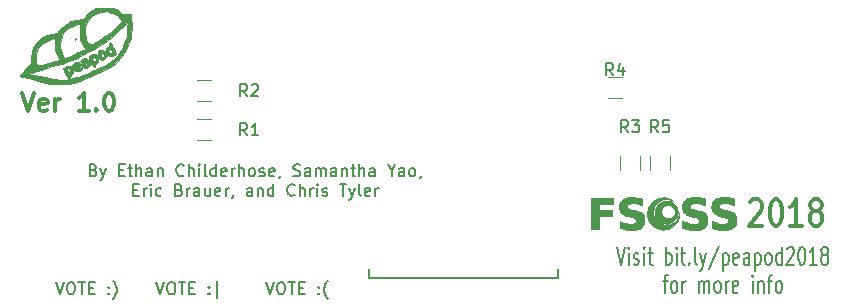
<source format=gto>
G04 #@! TF.GenerationSoftware,KiCad,Pcbnew,5.0.0-rc2-dev-unknown-r12647-81843c37*
G04 #@! TF.CreationDate,2018-05-28T11:26:45-04:00*
G04 #@! TF.ProjectId,Peapod PCB,506561706F64205043422E6B69636164,rev?*
G04 #@! TF.SameCoordinates,Original*
G04 #@! TF.FileFunction,Legend,Top*
G04 #@! TF.FilePolarity,Positive*
%FSLAX46Y46*%
G04 Gerber Fmt 4.6, Leading zero omitted, Abs format (unit mm)*
G04 Created by KiCad (PCBNEW 5.0.0-rc2-dev-unknown-r12647-81843c37) date Mon May 28 11:26:45 2018*
%MOMM*%
%LPD*%
G01*
G04 APERTURE LIST*
%ADD10C,0.300000*%
%ADD11C,0.177800*%
%ADD12C,0.127000*%
%ADD13C,0.010000*%
%ADD14C,0.152400*%
%ADD15C,0.120000*%
%ADD16C,0.150000*%
G04 APERTURE END LIST*
D10*
X216154000Y-44200838D02*
X216238666Y-44094400D01*
X216408000Y-43987961D01*
X216831333Y-43987961D01*
X217000666Y-44094400D01*
X217085333Y-44200838D01*
X217170000Y-44413714D01*
X217170000Y-44626590D01*
X217085333Y-44945904D01*
X216069333Y-46223161D01*
X217170000Y-46223161D01*
X218270666Y-43987961D02*
X218440000Y-43987961D01*
X218609333Y-44094400D01*
X218694000Y-44200838D01*
X218778666Y-44413714D01*
X218863333Y-44839466D01*
X218863333Y-45371657D01*
X218778666Y-45797409D01*
X218694000Y-46010285D01*
X218609333Y-46116723D01*
X218440000Y-46223161D01*
X218270666Y-46223161D01*
X218101333Y-46116723D01*
X218016666Y-46010285D01*
X217932000Y-45797409D01*
X217847333Y-45371657D01*
X217847333Y-44839466D01*
X217932000Y-44413714D01*
X218016666Y-44200838D01*
X218101333Y-44094400D01*
X218270666Y-43987961D01*
X220556666Y-46223161D02*
X219540666Y-46223161D01*
X220048666Y-46223161D02*
X220048666Y-43987961D01*
X219879333Y-44307276D01*
X219710000Y-44520152D01*
X219540666Y-44626590D01*
X221572666Y-44945904D02*
X221403333Y-44839466D01*
X221318666Y-44733028D01*
X221234000Y-44520152D01*
X221234000Y-44413714D01*
X221318666Y-44200838D01*
X221403333Y-44094400D01*
X221572666Y-43987961D01*
X221911333Y-43987961D01*
X222080666Y-44094400D01*
X222165333Y-44200838D01*
X222250000Y-44413714D01*
X222250000Y-44520152D01*
X222165333Y-44733028D01*
X222080666Y-44839466D01*
X221911333Y-44945904D01*
X221572666Y-44945904D01*
X221403333Y-45052342D01*
X221318666Y-45158780D01*
X221234000Y-45371657D01*
X221234000Y-45797409D01*
X221318666Y-46010285D01*
X221403333Y-46116723D01*
X221572666Y-46223161D01*
X221911333Y-46223161D01*
X222080666Y-46116723D01*
X222165333Y-46010285D01*
X222250000Y-45797409D01*
X222250000Y-45371657D01*
X222165333Y-45158780D01*
X222080666Y-45052342D01*
X221911333Y-44945904D01*
D11*
X160564285Y-41507671D02*
X160705800Y-41555290D01*
X160752971Y-41602909D01*
X160800142Y-41698147D01*
X160800142Y-41841004D01*
X160752971Y-41936242D01*
X160705800Y-41983861D01*
X160611457Y-42031480D01*
X160234085Y-42031480D01*
X160234085Y-41031480D01*
X160564285Y-41031480D01*
X160658628Y-41079100D01*
X160705800Y-41126719D01*
X160752971Y-41221957D01*
X160752971Y-41317195D01*
X160705800Y-41412433D01*
X160658628Y-41460052D01*
X160564285Y-41507671D01*
X160234085Y-41507671D01*
X161130342Y-41364814D02*
X161366200Y-42031480D01*
X161602057Y-41364814D02*
X161366200Y-42031480D01*
X161271857Y-42269576D01*
X161224685Y-42317195D01*
X161130342Y-42364814D01*
X162734171Y-41507671D02*
X163064371Y-41507671D01*
X163205885Y-42031480D02*
X162734171Y-42031480D01*
X162734171Y-41031480D01*
X163205885Y-41031480D01*
X163488914Y-41364814D02*
X163866285Y-41364814D01*
X163630428Y-41031480D02*
X163630428Y-41888623D01*
X163677600Y-41983861D01*
X163771942Y-42031480D01*
X163866285Y-42031480D01*
X164196485Y-42031480D02*
X164196485Y-41031480D01*
X164621028Y-42031480D02*
X164621028Y-41507671D01*
X164573857Y-41412433D01*
X164479514Y-41364814D01*
X164338000Y-41364814D01*
X164243657Y-41412433D01*
X164196485Y-41460052D01*
X165517285Y-42031480D02*
X165517285Y-41507671D01*
X165470114Y-41412433D01*
X165375771Y-41364814D01*
X165187085Y-41364814D01*
X165092742Y-41412433D01*
X165517285Y-41983861D02*
X165422942Y-42031480D01*
X165187085Y-42031480D01*
X165092742Y-41983861D01*
X165045571Y-41888623D01*
X165045571Y-41793385D01*
X165092742Y-41698147D01*
X165187085Y-41650528D01*
X165422942Y-41650528D01*
X165517285Y-41602909D01*
X165989000Y-41364814D02*
X165989000Y-42031480D01*
X165989000Y-41460052D02*
X166036171Y-41412433D01*
X166130514Y-41364814D01*
X166272028Y-41364814D01*
X166366371Y-41412433D01*
X166413542Y-41507671D01*
X166413542Y-42031480D01*
X168206057Y-41936242D02*
X168158885Y-41983861D01*
X168017371Y-42031480D01*
X167923028Y-42031480D01*
X167781514Y-41983861D01*
X167687171Y-41888623D01*
X167640000Y-41793385D01*
X167592828Y-41602909D01*
X167592828Y-41460052D01*
X167640000Y-41269576D01*
X167687171Y-41174338D01*
X167781514Y-41079100D01*
X167923028Y-41031480D01*
X168017371Y-41031480D01*
X168158885Y-41079100D01*
X168206057Y-41126719D01*
X168630600Y-42031480D02*
X168630600Y-41031480D01*
X169055142Y-42031480D02*
X169055142Y-41507671D01*
X169007971Y-41412433D01*
X168913628Y-41364814D01*
X168772114Y-41364814D01*
X168677771Y-41412433D01*
X168630600Y-41460052D01*
X169526857Y-42031480D02*
X169526857Y-41364814D01*
X169526857Y-41031480D02*
X169479685Y-41079100D01*
X169526857Y-41126719D01*
X169574028Y-41079100D01*
X169526857Y-41031480D01*
X169526857Y-41126719D01*
X170140085Y-42031480D02*
X170045742Y-41983861D01*
X169998571Y-41888623D01*
X169998571Y-41031480D01*
X170942000Y-42031480D02*
X170942000Y-41031480D01*
X170942000Y-41983861D02*
X170847657Y-42031480D01*
X170658971Y-42031480D01*
X170564628Y-41983861D01*
X170517457Y-41936242D01*
X170470285Y-41841004D01*
X170470285Y-41555290D01*
X170517457Y-41460052D01*
X170564628Y-41412433D01*
X170658971Y-41364814D01*
X170847657Y-41364814D01*
X170942000Y-41412433D01*
X171791085Y-41983861D02*
X171696742Y-42031480D01*
X171508057Y-42031480D01*
X171413714Y-41983861D01*
X171366542Y-41888623D01*
X171366542Y-41507671D01*
X171413714Y-41412433D01*
X171508057Y-41364814D01*
X171696742Y-41364814D01*
X171791085Y-41412433D01*
X171838257Y-41507671D01*
X171838257Y-41602909D01*
X171366542Y-41698147D01*
X172262800Y-42031480D02*
X172262800Y-41364814D01*
X172262800Y-41555290D02*
X172309971Y-41460052D01*
X172357142Y-41412433D01*
X172451485Y-41364814D01*
X172545828Y-41364814D01*
X172876028Y-42031480D02*
X172876028Y-41031480D01*
X173300571Y-42031480D02*
X173300571Y-41507671D01*
X173253400Y-41412433D01*
X173159057Y-41364814D01*
X173017542Y-41364814D01*
X172923200Y-41412433D01*
X172876028Y-41460052D01*
X173913800Y-42031480D02*
X173819457Y-41983861D01*
X173772285Y-41936242D01*
X173725114Y-41841004D01*
X173725114Y-41555290D01*
X173772285Y-41460052D01*
X173819457Y-41412433D01*
X173913800Y-41364814D01*
X174055314Y-41364814D01*
X174149657Y-41412433D01*
X174196828Y-41460052D01*
X174244000Y-41555290D01*
X174244000Y-41841004D01*
X174196828Y-41936242D01*
X174149657Y-41983861D01*
X174055314Y-42031480D01*
X173913800Y-42031480D01*
X174621371Y-41983861D02*
X174715714Y-42031480D01*
X174904400Y-42031480D01*
X174998742Y-41983861D01*
X175045914Y-41888623D01*
X175045914Y-41841004D01*
X174998742Y-41745766D01*
X174904400Y-41698147D01*
X174762885Y-41698147D01*
X174668542Y-41650528D01*
X174621371Y-41555290D01*
X174621371Y-41507671D01*
X174668542Y-41412433D01*
X174762885Y-41364814D01*
X174904400Y-41364814D01*
X174998742Y-41412433D01*
X175847828Y-41983861D02*
X175753485Y-42031480D01*
X175564800Y-42031480D01*
X175470457Y-41983861D01*
X175423285Y-41888623D01*
X175423285Y-41507671D01*
X175470457Y-41412433D01*
X175564800Y-41364814D01*
X175753485Y-41364814D01*
X175847828Y-41412433D01*
X175895000Y-41507671D01*
X175895000Y-41602909D01*
X175423285Y-41698147D01*
X176366714Y-41983861D02*
X176366714Y-42031480D01*
X176319542Y-42126719D01*
X176272371Y-42174338D01*
X177498828Y-41983861D02*
X177640342Y-42031480D01*
X177876200Y-42031480D01*
X177970542Y-41983861D01*
X178017714Y-41936242D01*
X178064885Y-41841004D01*
X178064885Y-41745766D01*
X178017714Y-41650528D01*
X177970542Y-41602909D01*
X177876200Y-41555290D01*
X177687514Y-41507671D01*
X177593171Y-41460052D01*
X177546000Y-41412433D01*
X177498828Y-41317195D01*
X177498828Y-41221957D01*
X177546000Y-41126719D01*
X177593171Y-41079100D01*
X177687514Y-41031480D01*
X177923371Y-41031480D01*
X178064885Y-41079100D01*
X178913971Y-42031480D02*
X178913971Y-41507671D01*
X178866800Y-41412433D01*
X178772457Y-41364814D01*
X178583771Y-41364814D01*
X178489428Y-41412433D01*
X178913971Y-41983861D02*
X178819628Y-42031480D01*
X178583771Y-42031480D01*
X178489428Y-41983861D01*
X178442257Y-41888623D01*
X178442257Y-41793385D01*
X178489428Y-41698147D01*
X178583771Y-41650528D01*
X178819628Y-41650528D01*
X178913971Y-41602909D01*
X179385685Y-42031480D02*
X179385685Y-41364814D01*
X179385685Y-41460052D02*
X179432857Y-41412433D01*
X179527200Y-41364814D01*
X179668714Y-41364814D01*
X179763057Y-41412433D01*
X179810228Y-41507671D01*
X179810228Y-42031480D01*
X179810228Y-41507671D02*
X179857400Y-41412433D01*
X179951742Y-41364814D01*
X180093257Y-41364814D01*
X180187600Y-41412433D01*
X180234771Y-41507671D01*
X180234771Y-42031480D01*
X181131028Y-42031480D02*
X181131028Y-41507671D01*
X181083857Y-41412433D01*
X180989514Y-41364814D01*
X180800828Y-41364814D01*
X180706485Y-41412433D01*
X181131028Y-41983861D02*
X181036685Y-42031480D01*
X180800828Y-42031480D01*
X180706485Y-41983861D01*
X180659314Y-41888623D01*
X180659314Y-41793385D01*
X180706485Y-41698147D01*
X180800828Y-41650528D01*
X181036685Y-41650528D01*
X181131028Y-41602909D01*
X181602742Y-41364814D02*
X181602742Y-42031480D01*
X181602742Y-41460052D02*
X181649914Y-41412433D01*
X181744257Y-41364814D01*
X181885771Y-41364814D01*
X181980114Y-41412433D01*
X182027285Y-41507671D01*
X182027285Y-42031480D01*
X182357485Y-41364814D02*
X182734857Y-41364814D01*
X182499000Y-41031480D02*
X182499000Y-41888623D01*
X182546171Y-41983861D01*
X182640514Y-42031480D01*
X182734857Y-42031480D01*
X183065057Y-42031480D02*
X183065057Y-41031480D01*
X183489600Y-42031480D02*
X183489600Y-41507671D01*
X183442428Y-41412433D01*
X183348085Y-41364814D01*
X183206571Y-41364814D01*
X183112228Y-41412433D01*
X183065057Y-41460052D01*
X184385857Y-42031480D02*
X184385857Y-41507671D01*
X184338685Y-41412433D01*
X184244342Y-41364814D01*
X184055657Y-41364814D01*
X183961314Y-41412433D01*
X184385857Y-41983861D02*
X184291514Y-42031480D01*
X184055657Y-42031480D01*
X183961314Y-41983861D01*
X183914142Y-41888623D01*
X183914142Y-41793385D01*
X183961314Y-41698147D01*
X184055657Y-41650528D01*
X184291514Y-41650528D01*
X184385857Y-41602909D01*
X185801000Y-41555290D02*
X185801000Y-42031480D01*
X185470800Y-41031480D02*
X185801000Y-41555290D01*
X186131200Y-41031480D01*
X186885942Y-42031480D02*
X186885942Y-41507671D01*
X186838771Y-41412433D01*
X186744428Y-41364814D01*
X186555742Y-41364814D01*
X186461399Y-41412433D01*
X186885942Y-41983861D02*
X186791599Y-42031480D01*
X186555742Y-42031480D01*
X186461399Y-41983861D01*
X186414228Y-41888623D01*
X186414228Y-41793385D01*
X186461399Y-41698147D01*
X186555742Y-41650528D01*
X186791599Y-41650528D01*
X186885942Y-41602909D01*
X187499171Y-42031480D02*
X187404828Y-41983861D01*
X187357657Y-41936242D01*
X187310485Y-41841004D01*
X187310485Y-41555290D01*
X187357657Y-41460052D01*
X187404828Y-41412433D01*
X187499171Y-41364814D01*
X187640685Y-41364814D01*
X187735028Y-41412433D01*
X187782199Y-41460052D01*
X187829371Y-41555290D01*
X187829371Y-41841004D01*
X187782199Y-41936242D01*
X187735028Y-41983861D01*
X187640685Y-42031480D01*
X187499171Y-42031480D01*
X188301085Y-41983861D02*
X188301085Y-42031480D01*
X188253914Y-42126719D01*
X188206742Y-42174338D01*
X163913457Y-43185471D02*
X164243657Y-43185471D01*
X164385171Y-43709280D02*
X163913457Y-43709280D01*
X163913457Y-42709280D01*
X164385171Y-42709280D01*
X164809714Y-43709280D02*
X164809714Y-43042614D01*
X164809714Y-43233090D02*
X164856885Y-43137852D01*
X164904057Y-43090233D01*
X164998400Y-43042614D01*
X165092742Y-43042614D01*
X165422942Y-43709280D02*
X165422942Y-43042614D01*
X165422942Y-42709280D02*
X165375771Y-42756900D01*
X165422942Y-42804519D01*
X165470114Y-42756900D01*
X165422942Y-42709280D01*
X165422942Y-42804519D01*
X166319200Y-43661661D02*
X166224857Y-43709280D01*
X166036171Y-43709280D01*
X165941828Y-43661661D01*
X165894657Y-43614042D01*
X165847485Y-43518804D01*
X165847485Y-43233090D01*
X165894657Y-43137852D01*
X165941828Y-43090233D01*
X166036171Y-43042614D01*
X166224857Y-43042614D01*
X166319200Y-43090233D01*
X167828685Y-43185471D02*
X167970200Y-43233090D01*
X168017371Y-43280709D01*
X168064542Y-43375947D01*
X168064542Y-43518804D01*
X168017371Y-43614042D01*
X167970200Y-43661661D01*
X167875857Y-43709280D01*
X167498485Y-43709280D01*
X167498485Y-42709280D01*
X167828685Y-42709280D01*
X167923028Y-42756900D01*
X167970200Y-42804519D01*
X168017371Y-42899757D01*
X168017371Y-42994995D01*
X167970200Y-43090233D01*
X167923028Y-43137852D01*
X167828685Y-43185471D01*
X167498485Y-43185471D01*
X168489085Y-43709280D02*
X168489085Y-43042614D01*
X168489085Y-43233090D02*
X168536257Y-43137852D01*
X168583428Y-43090233D01*
X168677771Y-43042614D01*
X168772114Y-43042614D01*
X169526857Y-43709280D02*
X169526857Y-43185471D01*
X169479685Y-43090233D01*
X169385342Y-43042614D01*
X169196657Y-43042614D01*
X169102314Y-43090233D01*
X169526857Y-43661661D02*
X169432514Y-43709280D01*
X169196657Y-43709280D01*
X169102314Y-43661661D01*
X169055142Y-43566423D01*
X169055142Y-43471185D01*
X169102314Y-43375947D01*
X169196657Y-43328328D01*
X169432514Y-43328328D01*
X169526857Y-43280709D01*
X170423114Y-43042614D02*
X170423114Y-43709280D01*
X169998571Y-43042614D02*
X169998571Y-43566423D01*
X170045742Y-43661661D01*
X170140085Y-43709280D01*
X170281600Y-43709280D01*
X170375942Y-43661661D01*
X170423114Y-43614042D01*
X171272200Y-43661661D02*
X171177857Y-43709280D01*
X170989171Y-43709280D01*
X170894828Y-43661661D01*
X170847657Y-43566423D01*
X170847657Y-43185471D01*
X170894828Y-43090233D01*
X170989171Y-43042614D01*
X171177857Y-43042614D01*
X171272200Y-43090233D01*
X171319371Y-43185471D01*
X171319371Y-43280709D01*
X170847657Y-43375947D01*
X171743914Y-43709280D02*
X171743914Y-43042614D01*
X171743914Y-43233090D02*
X171791085Y-43137852D01*
X171838257Y-43090233D01*
X171932600Y-43042614D01*
X172026942Y-43042614D01*
X172404314Y-43661661D02*
X172404314Y-43709280D01*
X172357142Y-43804519D01*
X172309971Y-43852138D01*
X174008142Y-43709280D02*
X174008142Y-43185471D01*
X173960971Y-43090233D01*
X173866628Y-43042614D01*
X173677942Y-43042614D01*
X173583600Y-43090233D01*
X174008142Y-43661661D02*
X173913800Y-43709280D01*
X173677942Y-43709280D01*
X173583600Y-43661661D01*
X173536428Y-43566423D01*
X173536428Y-43471185D01*
X173583600Y-43375947D01*
X173677942Y-43328328D01*
X173913800Y-43328328D01*
X174008142Y-43280709D01*
X174479857Y-43042614D02*
X174479857Y-43709280D01*
X174479857Y-43137852D02*
X174527028Y-43090233D01*
X174621371Y-43042614D01*
X174762885Y-43042614D01*
X174857228Y-43090233D01*
X174904400Y-43185471D01*
X174904400Y-43709280D01*
X175800657Y-43709280D02*
X175800657Y-42709280D01*
X175800657Y-43661661D02*
X175706314Y-43709280D01*
X175517628Y-43709280D01*
X175423285Y-43661661D01*
X175376114Y-43614042D01*
X175328942Y-43518804D01*
X175328942Y-43233090D01*
X175376114Y-43137852D01*
X175423285Y-43090233D01*
X175517628Y-43042614D01*
X175706314Y-43042614D01*
X175800657Y-43090233D01*
X177593171Y-43614042D02*
X177546000Y-43661661D01*
X177404485Y-43709280D01*
X177310142Y-43709280D01*
X177168628Y-43661661D01*
X177074285Y-43566423D01*
X177027114Y-43471185D01*
X176979942Y-43280709D01*
X176979942Y-43137852D01*
X177027114Y-42947376D01*
X177074285Y-42852138D01*
X177168628Y-42756900D01*
X177310142Y-42709280D01*
X177404485Y-42709280D01*
X177546000Y-42756900D01*
X177593171Y-42804519D01*
X178017714Y-43709280D02*
X178017714Y-42709280D01*
X178442257Y-43709280D02*
X178442257Y-43185471D01*
X178395085Y-43090233D01*
X178300742Y-43042614D01*
X178159228Y-43042614D01*
X178064885Y-43090233D01*
X178017714Y-43137852D01*
X178913971Y-43709280D02*
X178913971Y-43042614D01*
X178913971Y-43233090D02*
X178961142Y-43137852D01*
X179008314Y-43090233D01*
X179102657Y-43042614D01*
X179197000Y-43042614D01*
X179527200Y-43709280D02*
X179527200Y-43042614D01*
X179527200Y-42709280D02*
X179480028Y-42756900D01*
X179527200Y-42804519D01*
X179574371Y-42756900D01*
X179527200Y-42709280D01*
X179527200Y-42804519D01*
X179951742Y-43661661D02*
X180046085Y-43709280D01*
X180234771Y-43709280D01*
X180329114Y-43661661D01*
X180376285Y-43566423D01*
X180376285Y-43518804D01*
X180329114Y-43423566D01*
X180234771Y-43375947D01*
X180093257Y-43375947D01*
X179998914Y-43328328D01*
X179951742Y-43233090D01*
X179951742Y-43185471D01*
X179998914Y-43090233D01*
X180093257Y-43042614D01*
X180234771Y-43042614D01*
X180329114Y-43090233D01*
X181414057Y-42709280D02*
X181980114Y-42709280D01*
X181697085Y-43709280D02*
X181697085Y-42709280D01*
X182215971Y-43042614D02*
X182451828Y-43709280D01*
X182687685Y-43042614D02*
X182451828Y-43709280D01*
X182357485Y-43947376D01*
X182310314Y-43994995D01*
X182215971Y-44042614D01*
X183206571Y-43709280D02*
X183112228Y-43661661D01*
X183065057Y-43566423D01*
X183065057Y-42709280D01*
X183961314Y-43661661D02*
X183866971Y-43709280D01*
X183678285Y-43709280D01*
X183583942Y-43661661D01*
X183536771Y-43566423D01*
X183536771Y-43185471D01*
X183583942Y-43090233D01*
X183678285Y-43042614D01*
X183866971Y-43042614D01*
X183961314Y-43090233D01*
X184008485Y-43185471D01*
X184008485Y-43280709D01*
X183536771Y-43375947D01*
X184433028Y-43709280D02*
X184433028Y-43042614D01*
X184433028Y-43233090D02*
X184480200Y-43137852D01*
X184527371Y-43090233D01*
X184621714Y-43042614D01*
X184716057Y-43042614D01*
D10*
X154531714Y-34992571D02*
X155031714Y-36492571D01*
X155531714Y-34992571D01*
X156603142Y-36421142D02*
X156460285Y-36492571D01*
X156174571Y-36492571D01*
X156031714Y-36421142D01*
X155960285Y-36278285D01*
X155960285Y-35706857D01*
X156031714Y-35564000D01*
X156174571Y-35492571D01*
X156460285Y-35492571D01*
X156603142Y-35564000D01*
X156674571Y-35706857D01*
X156674571Y-35849714D01*
X155960285Y-35992571D01*
X157317428Y-36492571D02*
X157317428Y-35492571D01*
X157317428Y-35778285D02*
X157388857Y-35635428D01*
X157460285Y-35564000D01*
X157603142Y-35492571D01*
X157746000Y-35492571D01*
X160174571Y-36492571D02*
X159317428Y-36492571D01*
X159746000Y-36492571D02*
X159746000Y-34992571D01*
X159603142Y-35206857D01*
X159460285Y-35349714D01*
X159317428Y-35421142D01*
X160817428Y-36349714D02*
X160888857Y-36421142D01*
X160817428Y-36492571D01*
X160746000Y-36421142D01*
X160817428Y-36349714D01*
X160817428Y-36492571D01*
X161817428Y-34992571D02*
X161960285Y-34992571D01*
X162103142Y-35064000D01*
X162174571Y-35135428D01*
X162246000Y-35278285D01*
X162317428Y-35564000D01*
X162317428Y-35921142D01*
X162246000Y-36206857D01*
X162174571Y-36349714D01*
X162103142Y-36421142D01*
X161960285Y-36492571D01*
X161817428Y-36492571D01*
X161674571Y-36421142D01*
X161603142Y-36349714D01*
X161531714Y-36206857D01*
X161460285Y-35921142D01*
X161460285Y-35564000D01*
X161531714Y-35278285D01*
X161603142Y-35135428D01*
X161674571Y-35064000D01*
X161817428Y-34992571D01*
D12*
X204869142Y-48028071D02*
X205207809Y-49528071D01*
X205546476Y-48028071D01*
X205885142Y-49528071D02*
X205885142Y-48528071D01*
X205885142Y-48028071D02*
X205836761Y-48099500D01*
X205885142Y-48170928D01*
X205933523Y-48099500D01*
X205885142Y-48028071D01*
X205885142Y-48170928D01*
X206320571Y-49456642D02*
X206417333Y-49528071D01*
X206610857Y-49528071D01*
X206707619Y-49456642D01*
X206756000Y-49313785D01*
X206756000Y-49242357D01*
X206707619Y-49099500D01*
X206610857Y-49028071D01*
X206465714Y-49028071D01*
X206368952Y-48956642D01*
X206320571Y-48813785D01*
X206320571Y-48742357D01*
X206368952Y-48599500D01*
X206465714Y-48528071D01*
X206610857Y-48528071D01*
X206707619Y-48599500D01*
X207191428Y-49528071D02*
X207191428Y-48528071D01*
X207191428Y-48028071D02*
X207143047Y-48099500D01*
X207191428Y-48170928D01*
X207239809Y-48099500D01*
X207191428Y-48028071D01*
X207191428Y-48170928D01*
X207530095Y-48528071D02*
X207917142Y-48528071D01*
X207675238Y-48028071D02*
X207675238Y-49313785D01*
X207723619Y-49456642D01*
X207820380Y-49528071D01*
X207917142Y-49528071D01*
X209029904Y-49528071D02*
X209029904Y-48028071D01*
X209029904Y-48599500D02*
X209126666Y-48528071D01*
X209320190Y-48528071D01*
X209416952Y-48599500D01*
X209465333Y-48670928D01*
X209513714Y-48813785D01*
X209513714Y-49242357D01*
X209465333Y-49385214D01*
X209416952Y-49456642D01*
X209320190Y-49528071D01*
X209126666Y-49528071D01*
X209029904Y-49456642D01*
X209949142Y-49528071D02*
X209949142Y-48528071D01*
X209949142Y-48028071D02*
X209900761Y-48099500D01*
X209949142Y-48170928D01*
X209997523Y-48099500D01*
X209949142Y-48028071D01*
X209949142Y-48170928D01*
X210287809Y-48528071D02*
X210674857Y-48528071D01*
X210432952Y-48028071D02*
X210432952Y-49313785D01*
X210481333Y-49456642D01*
X210578095Y-49528071D01*
X210674857Y-49528071D01*
X211013523Y-49385214D02*
X211061904Y-49456642D01*
X211013523Y-49528071D01*
X210965142Y-49456642D01*
X211013523Y-49385214D01*
X211013523Y-49528071D01*
X211642476Y-49528071D02*
X211545714Y-49456642D01*
X211497333Y-49313785D01*
X211497333Y-48028071D01*
X211932761Y-48528071D02*
X212174666Y-49528071D01*
X212416571Y-48528071D02*
X212174666Y-49528071D01*
X212077904Y-49885214D01*
X212029523Y-49956642D01*
X211932761Y-50028071D01*
X213529333Y-47956642D02*
X212658476Y-49885214D01*
X213868000Y-48528071D02*
X213868000Y-50028071D01*
X213868000Y-48599500D02*
X213964761Y-48528071D01*
X214158285Y-48528071D01*
X214255047Y-48599500D01*
X214303428Y-48670928D01*
X214351809Y-48813785D01*
X214351809Y-49242357D01*
X214303428Y-49385214D01*
X214255047Y-49456642D01*
X214158285Y-49528071D01*
X213964761Y-49528071D01*
X213868000Y-49456642D01*
X215174285Y-49456642D02*
X215077523Y-49528071D01*
X214884000Y-49528071D01*
X214787238Y-49456642D01*
X214738857Y-49313785D01*
X214738857Y-48742357D01*
X214787238Y-48599500D01*
X214884000Y-48528071D01*
X215077523Y-48528071D01*
X215174285Y-48599500D01*
X215222666Y-48742357D01*
X215222666Y-48885214D01*
X214738857Y-49028071D01*
X216093523Y-49528071D02*
X216093523Y-48742357D01*
X216045142Y-48599500D01*
X215948380Y-48528071D01*
X215754857Y-48528071D01*
X215658095Y-48599500D01*
X216093523Y-49456642D02*
X215996761Y-49528071D01*
X215754857Y-49528071D01*
X215658095Y-49456642D01*
X215609714Y-49313785D01*
X215609714Y-49170928D01*
X215658095Y-49028071D01*
X215754857Y-48956642D01*
X215996761Y-48956642D01*
X216093523Y-48885214D01*
X216577333Y-48528071D02*
X216577333Y-50028071D01*
X216577333Y-48599500D02*
X216674095Y-48528071D01*
X216867619Y-48528071D01*
X216964380Y-48599500D01*
X217012761Y-48670928D01*
X217061142Y-48813785D01*
X217061142Y-49242357D01*
X217012761Y-49385214D01*
X216964380Y-49456642D01*
X216867619Y-49528071D01*
X216674095Y-49528071D01*
X216577333Y-49456642D01*
X217641714Y-49528071D02*
X217544952Y-49456642D01*
X217496571Y-49385214D01*
X217448190Y-49242357D01*
X217448190Y-48813785D01*
X217496571Y-48670928D01*
X217544952Y-48599500D01*
X217641714Y-48528071D01*
X217786857Y-48528071D01*
X217883619Y-48599500D01*
X217932000Y-48670928D01*
X217980380Y-48813785D01*
X217980380Y-49242357D01*
X217932000Y-49385214D01*
X217883619Y-49456642D01*
X217786857Y-49528071D01*
X217641714Y-49528071D01*
X218851238Y-49528071D02*
X218851238Y-48028071D01*
X218851238Y-49456642D02*
X218754476Y-49528071D01*
X218560952Y-49528071D01*
X218464190Y-49456642D01*
X218415809Y-49385214D01*
X218367428Y-49242357D01*
X218367428Y-48813785D01*
X218415809Y-48670928D01*
X218464190Y-48599500D01*
X218560952Y-48528071D01*
X218754476Y-48528071D01*
X218851238Y-48599500D01*
X219286666Y-48170928D02*
X219335047Y-48099500D01*
X219431809Y-48028071D01*
X219673714Y-48028071D01*
X219770476Y-48099500D01*
X219818857Y-48170928D01*
X219867238Y-48313785D01*
X219867238Y-48456642D01*
X219818857Y-48670928D01*
X219238285Y-49528071D01*
X219867238Y-49528071D01*
X220496190Y-48028071D02*
X220592952Y-48028071D01*
X220689714Y-48099500D01*
X220738095Y-48170928D01*
X220786476Y-48313785D01*
X220834857Y-48599500D01*
X220834857Y-48956642D01*
X220786476Y-49242357D01*
X220738095Y-49385214D01*
X220689714Y-49456642D01*
X220592952Y-49528071D01*
X220496190Y-49528071D01*
X220399428Y-49456642D01*
X220351047Y-49385214D01*
X220302666Y-49242357D01*
X220254285Y-48956642D01*
X220254285Y-48599500D01*
X220302666Y-48313785D01*
X220351047Y-48170928D01*
X220399428Y-48099500D01*
X220496190Y-48028071D01*
X221802476Y-49528071D02*
X221221904Y-49528071D01*
X221512190Y-49528071D02*
X221512190Y-48028071D01*
X221415428Y-48242357D01*
X221318666Y-48385214D01*
X221221904Y-48456642D01*
X222383047Y-48670928D02*
X222286285Y-48599500D01*
X222237904Y-48528071D01*
X222189523Y-48385214D01*
X222189523Y-48313785D01*
X222237904Y-48170928D01*
X222286285Y-48099500D01*
X222383047Y-48028071D01*
X222576571Y-48028071D01*
X222673333Y-48099500D01*
X222721714Y-48170928D01*
X222770095Y-48313785D01*
X222770095Y-48385214D01*
X222721714Y-48528071D01*
X222673333Y-48599500D01*
X222576571Y-48670928D01*
X222383047Y-48670928D01*
X222286285Y-48742357D01*
X222237904Y-48813785D01*
X222189523Y-48956642D01*
X222189523Y-49242357D01*
X222237904Y-49385214D01*
X222286285Y-49456642D01*
X222383047Y-49528071D01*
X222576571Y-49528071D01*
X222673333Y-49456642D01*
X222721714Y-49385214D01*
X222770095Y-49242357D01*
X222770095Y-48956642D01*
X222721714Y-48813785D01*
X222673333Y-48742357D01*
X222576571Y-48670928D01*
X208788000Y-50905071D02*
X209175047Y-50905071D01*
X208933142Y-51905071D02*
X208933142Y-50619357D01*
X208981523Y-50476500D01*
X209078285Y-50405071D01*
X209175047Y-50405071D01*
X209658857Y-51905071D02*
X209562095Y-51833642D01*
X209513714Y-51762214D01*
X209465333Y-51619357D01*
X209465333Y-51190785D01*
X209513714Y-51047928D01*
X209562095Y-50976500D01*
X209658857Y-50905071D01*
X209804000Y-50905071D01*
X209900761Y-50976500D01*
X209949142Y-51047928D01*
X209997523Y-51190785D01*
X209997523Y-51619357D01*
X209949142Y-51762214D01*
X209900761Y-51833642D01*
X209804000Y-51905071D01*
X209658857Y-51905071D01*
X210432952Y-51905071D02*
X210432952Y-50905071D01*
X210432952Y-51190785D02*
X210481333Y-51047928D01*
X210529714Y-50976500D01*
X210626476Y-50905071D01*
X210723238Y-50905071D01*
X211836000Y-51905071D02*
X211836000Y-50905071D01*
X211836000Y-51047928D02*
X211884380Y-50976500D01*
X211981142Y-50905071D01*
X212126285Y-50905071D01*
X212223047Y-50976500D01*
X212271428Y-51119357D01*
X212271428Y-51905071D01*
X212271428Y-51119357D02*
X212319809Y-50976500D01*
X212416571Y-50905071D01*
X212561714Y-50905071D01*
X212658476Y-50976500D01*
X212706857Y-51119357D01*
X212706857Y-51905071D01*
X213335809Y-51905071D02*
X213239047Y-51833642D01*
X213190666Y-51762214D01*
X213142285Y-51619357D01*
X213142285Y-51190785D01*
X213190666Y-51047928D01*
X213239047Y-50976500D01*
X213335809Y-50905071D01*
X213480952Y-50905071D01*
X213577714Y-50976500D01*
X213626095Y-51047928D01*
X213674476Y-51190785D01*
X213674476Y-51619357D01*
X213626095Y-51762214D01*
X213577714Y-51833642D01*
X213480952Y-51905071D01*
X213335809Y-51905071D01*
X214109904Y-51905071D02*
X214109904Y-50905071D01*
X214109904Y-51190785D02*
X214158285Y-51047928D01*
X214206666Y-50976500D01*
X214303428Y-50905071D01*
X214400190Y-50905071D01*
X215125904Y-51833642D02*
X215029142Y-51905071D01*
X214835619Y-51905071D01*
X214738857Y-51833642D01*
X214690476Y-51690785D01*
X214690476Y-51119357D01*
X214738857Y-50976500D01*
X214835619Y-50905071D01*
X215029142Y-50905071D01*
X215125904Y-50976500D01*
X215174285Y-51119357D01*
X215174285Y-51262214D01*
X214690476Y-51405071D01*
X216383809Y-51905071D02*
X216383809Y-50905071D01*
X216383809Y-50405071D02*
X216335428Y-50476500D01*
X216383809Y-50547928D01*
X216432190Y-50476500D01*
X216383809Y-50405071D01*
X216383809Y-50547928D01*
X216867619Y-50905071D02*
X216867619Y-51905071D01*
X216867619Y-51047928D02*
X216916000Y-50976500D01*
X217012761Y-50905071D01*
X217157904Y-50905071D01*
X217254666Y-50976500D01*
X217303047Y-51119357D01*
X217303047Y-51905071D01*
X217641714Y-50905071D02*
X218028761Y-50905071D01*
X217786857Y-51905071D02*
X217786857Y-50619357D01*
X217835238Y-50476500D01*
X217932000Y-50405071D01*
X218028761Y-50405071D01*
X218512571Y-51905071D02*
X218415809Y-51833642D01*
X218367428Y-51762214D01*
X218319047Y-51619357D01*
X218319047Y-51190785D01*
X218367428Y-51047928D01*
X218415809Y-50976500D01*
X218512571Y-50905071D01*
X218657714Y-50905071D01*
X218754476Y-50976500D01*
X218802857Y-51047928D01*
X218851238Y-51190785D01*
X218851238Y-51619357D01*
X218802857Y-51762214D01*
X218754476Y-51833642D01*
X218657714Y-51905071D01*
X218512571Y-51905071D01*
D13*
G36*
X209634667Y-44100750D02*
X209624083Y-44111334D01*
X209613500Y-44100750D01*
X209624083Y-44090167D01*
X209634667Y-44100750D01*
X209634667Y-44100750D01*
G37*
X209634667Y-44100750D02*
X209624083Y-44111334D01*
X209613500Y-44100750D01*
X209624083Y-44090167D01*
X209634667Y-44100750D01*
G36*
X209206042Y-44113510D02*
X209394877Y-44160345D01*
X209564863Y-44242579D01*
X209712656Y-44356222D01*
X209834916Y-44497282D01*
X209928303Y-44661770D01*
X209989474Y-44845695D01*
X210015088Y-45045065D01*
X210015667Y-45080534D01*
X209995801Y-45267693D01*
X209939263Y-45442505D01*
X209850644Y-45601437D01*
X209734532Y-45740957D01*
X209595517Y-45857532D01*
X209438189Y-45947630D01*
X209267137Y-46007717D01*
X209086952Y-46034262D01*
X208902222Y-46023731D01*
X208814766Y-46004870D01*
X208624304Y-45933197D01*
X208457588Y-45829293D01*
X208317786Y-45697205D01*
X208208066Y-45540981D01*
X208131595Y-45364670D01*
X208091541Y-45172320D01*
X208086170Y-45073726D01*
X208090502Y-45027537D01*
X208627431Y-45027537D01*
X208638827Y-45133071D01*
X208688790Y-45280326D01*
X208769110Y-45403856D01*
X208873952Y-45500885D01*
X208997483Y-45568639D01*
X209133871Y-45604340D01*
X209277281Y-45605214D01*
X209421881Y-45568485D01*
X209488634Y-45537422D01*
X209611810Y-45449032D01*
X209703883Y-45337644D01*
X209763988Y-45209888D01*
X209791264Y-45072389D01*
X209784847Y-44931777D01*
X209743874Y-44794677D01*
X209667481Y-44667719D01*
X209610098Y-44604656D01*
X209491997Y-44518562D01*
X209359668Y-44467200D01*
X209220320Y-44449424D01*
X209081160Y-44464091D01*
X208949397Y-44510055D01*
X208832239Y-44586171D01*
X208736894Y-44691296D01*
X208702499Y-44748780D01*
X208645693Y-44891357D01*
X208627431Y-45027537D01*
X208090502Y-45027537D01*
X208104755Y-44875595D01*
X208160067Y-44692751D01*
X208248223Y-44528525D01*
X208365342Y-44386245D01*
X208507540Y-44269239D01*
X208670937Y-44180837D01*
X208851649Y-44124366D01*
X209045796Y-44103157D01*
X209206042Y-44113510D01*
X209206042Y-44113510D01*
G37*
X209206042Y-44113510D02*
X209394877Y-44160345D01*
X209564863Y-44242579D01*
X209712656Y-44356222D01*
X209834916Y-44497282D01*
X209928303Y-44661770D01*
X209989474Y-44845695D01*
X210015088Y-45045065D01*
X210015667Y-45080534D01*
X209995801Y-45267693D01*
X209939263Y-45442505D01*
X209850644Y-45601437D01*
X209734532Y-45740957D01*
X209595517Y-45857532D01*
X209438189Y-45947630D01*
X209267137Y-46007717D01*
X209086952Y-46034262D01*
X208902222Y-46023731D01*
X208814766Y-46004870D01*
X208624304Y-45933197D01*
X208457588Y-45829293D01*
X208317786Y-45697205D01*
X208208066Y-45540981D01*
X208131595Y-45364670D01*
X208091541Y-45172320D01*
X208086170Y-45073726D01*
X208090502Y-45027537D01*
X208627431Y-45027537D01*
X208638827Y-45133071D01*
X208688790Y-45280326D01*
X208769110Y-45403856D01*
X208873952Y-45500885D01*
X208997483Y-45568639D01*
X209133871Y-45604340D01*
X209277281Y-45605214D01*
X209421881Y-45568485D01*
X209488634Y-45537422D01*
X209611810Y-45449032D01*
X209703883Y-45337644D01*
X209763988Y-45209888D01*
X209791264Y-45072389D01*
X209784847Y-44931777D01*
X209743874Y-44794677D01*
X209667481Y-44667719D01*
X209610098Y-44604656D01*
X209491997Y-44518562D01*
X209359668Y-44467200D01*
X209220320Y-44449424D01*
X209081160Y-44464091D01*
X208949397Y-44510055D01*
X208832239Y-44586171D01*
X208736894Y-44691296D01*
X208702499Y-44748780D01*
X208645693Y-44891357D01*
X208627431Y-45027537D01*
X208090502Y-45027537D01*
X208104755Y-44875595D01*
X208160067Y-44692751D01*
X208248223Y-44528525D01*
X208365342Y-44386245D01*
X208507540Y-44269239D01*
X208670937Y-44180837D01*
X208851649Y-44124366D01*
X209045796Y-44103157D01*
X209206042Y-44113510D01*
G36*
X204512333Y-44386500D02*
X203348167Y-44386500D01*
X203348167Y-44873334D01*
X204448833Y-44873334D01*
X204448833Y-45402500D01*
X203348167Y-45402500D01*
X203348167Y-46524334D01*
X202649667Y-46524334D01*
X202649667Y-43857334D01*
X204512333Y-43857334D01*
X204512333Y-44386500D01*
X204512333Y-44386500D01*
G37*
X204512333Y-44386500D02*
X203348167Y-44386500D01*
X203348167Y-44873334D01*
X204448833Y-44873334D01*
X204448833Y-45402500D01*
X203348167Y-45402500D01*
X203348167Y-46524334D01*
X202649667Y-46524334D01*
X202649667Y-43857334D01*
X204512333Y-43857334D01*
X204512333Y-44386500D01*
G36*
X209130796Y-43866335D02*
X209350441Y-43940781D01*
X209423000Y-43974989D01*
X209506518Y-44019512D01*
X209553397Y-44049373D01*
X209563255Y-44063747D01*
X209535711Y-44061805D01*
X209470385Y-44042721D01*
X209451212Y-44036246D01*
X209237135Y-43982993D01*
X209026522Y-43969226D01*
X208823379Y-43992725D01*
X208631713Y-44051271D01*
X208455531Y-44142643D01*
X208298839Y-44264622D01*
X208165644Y-44414987D01*
X208059952Y-44591520D01*
X207985769Y-44792001D01*
X207970191Y-44856797D01*
X207947362Y-45060415D01*
X207963546Y-45258458D01*
X208015450Y-45446937D01*
X208099783Y-45621859D01*
X208213254Y-45779234D01*
X208352570Y-45915070D01*
X208514441Y-46025377D01*
X208695574Y-46106163D01*
X208892679Y-46153438D01*
X209048683Y-46164500D01*
X209257823Y-46144249D01*
X209455324Y-46085901D01*
X209636820Y-45993061D01*
X209797944Y-45869335D01*
X209934333Y-45718330D01*
X210041618Y-45543653D01*
X210115435Y-45348908D01*
X210134307Y-45267788D01*
X210163429Y-45116750D01*
X210152279Y-45279540D01*
X210115813Y-45515147D01*
X210041077Y-45735116D01*
X209930256Y-45936277D01*
X209785533Y-46115460D01*
X209609095Y-46269494D01*
X209403126Y-46395211D01*
X209373189Y-46409835D01*
X209232958Y-46464996D01*
X209077783Y-46506988D01*
X208920463Y-46533645D01*
X208773794Y-46542800D01*
X208650574Y-46532284D01*
X208650417Y-46532253D01*
X208606185Y-46523571D01*
X208538585Y-46510332D01*
X208491667Y-46501154D01*
X208309612Y-46446474D01*
X208127656Y-46355997D01*
X207955515Y-46235152D01*
X207857406Y-46146791D01*
X207713054Y-45984969D01*
X207604369Y-45818436D01*
X207525081Y-45636704D01*
X207495970Y-45542264D01*
X207467111Y-45389837D01*
X207455525Y-45217613D01*
X207460832Y-45040745D01*
X207482650Y-44874387D01*
X207516030Y-44746334D01*
X207612055Y-44531492D01*
X207738885Y-44341888D01*
X207892255Y-44179249D01*
X208067896Y-44045300D01*
X208261540Y-43941768D01*
X208468920Y-43870379D01*
X208685768Y-43832860D01*
X208907816Y-43830936D01*
X209130796Y-43866335D01*
X209130796Y-43866335D01*
G37*
X209130796Y-43866335D02*
X209350441Y-43940781D01*
X209423000Y-43974989D01*
X209506518Y-44019512D01*
X209553397Y-44049373D01*
X209563255Y-44063747D01*
X209535711Y-44061805D01*
X209470385Y-44042721D01*
X209451212Y-44036246D01*
X209237135Y-43982993D01*
X209026522Y-43969226D01*
X208823379Y-43992725D01*
X208631713Y-44051271D01*
X208455531Y-44142643D01*
X208298839Y-44264622D01*
X208165644Y-44414987D01*
X208059952Y-44591520D01*
X207985769Y-44792001D01*
X207970191Y-44856797D01*
X207947362Y-45060415D01*
X207963546Y-45258458D01*
X208015450Y-45446937D01*
X208099783Y-45621859D01*
X208213254Y-45779234D01*
X208352570Y-45915070D01*
X208514441Y-46025377D01*
X208695574Y-46106163D01*
X208892679Y-46153438D01*
X209048683Y-46164500D01*
X209257823Y-46144249D01*
X209455324Y-46085901D01*
X209636820Y-45993061D01*
X209797944Y-45869335D01*
X209934333Y-45718330D01*
X210041618Y-45543653D01*
X210115435Y-45348908D01*
X210134307Y-45267788D01*
X210163429Y-45116750D01*
X210152279Y-45279540D01*
X210115813Y-45515147D01*
X210041077Y-45735116D01*
X209930256Y-45936277D01*
X209785533Y-46115460D01*
X209609095Y-46269494D01*
X209403126Y-46395211D01*
X209373189Y-46409835D01*
X209232958Y-46464996D01*
X209077783Y-46506988D01*
X208920463Y-46533645D01*
X208773794Y-46542800D01*
X208650574Y-46532284D01*
X208650417Y-46532253D01*
X208606185Y-46523571D01*
X208538585Y-46510332D01*
X208491667Y-46501154D01*
X208309612Y-46446474D01*
X208127656Y-46355997D01*
X207955515Y-46235152D01*
X207857406Y-46146791D01*
X207713054Y-45984969D01*
X207604369Y-45818436D01*
X207525081Y-45636704D01*
X207495970Y-45542264D01*
X207467111Y-45389837D01*
X207455525Y-45217613D01*
X207460832Y-45040745D01*
X207482650Y-44874387D01*
X207516030Y-44746334D01*
X207612055Y-44531492D01*
X207738885Y-44341888D01*
X207892255Y-44179249D01*
X208067896Y-44045300D01*
X208261540Y-43941768D01*
X208468920Y-43870379D01*
X208685768Y-43832860D01*
X208907816Y-43830936D01*
X209130796Y-43866335D01*
G36*
X214047518Y-43809434D02*
X214271963Y-43829480D01*
X214508350Y-43864483D01*
X214656458Y-43893252D01*
X214820500Y-43928043D01*
X214820500Y-44508579D01*
X214693334Y-44457215D01*
X214474032Y-44381082D01*
X214262983Y-44335429D01*
X214043180Y-44316765D01*
X214005583Y-44316045D01*
X213895150Y-44316123D01*
X213815505Y-44320203D01*
X213755178Y-44329783D01*
X213702697Y-44346363D01*
X213671493Y-44359704D01*
X213581966Y-44418407D01*
X213529802Y-44494228D01*
X213516507Y-44584209D01*
X213527413Y-44642438D01*
X213549220Y-44692822D01*
X213584918Y-44735247D01*
X213639457Y-44771948D01*
X213717783Y-44805162D01*
X213824848Y-44837128D01*
X213965599Y-44870080D01*
X214085441Y-44894660D01*
X214258777Y-44933264D01*
X214417033Y-44976992D01*
X214552079Y-45023258D01*
X214655784Y-45069475D01*
X214682024Y-45084449D01*
X214810446Y-45186240D01*
X214905127Y-45312435D01*
X214966512Y-45463930D01*
X214995044Y-45641619D01*
X214997359Y-45720030D01*
X214979733Y-45920781D01*
X214928586Y-46096089D01*
X214844481Y-46245217D01*
X214727980Y-46367430D01*
X214579646Y-46461994D01*
X214400042Y-46528172D01*
X214374166Y-46534714D01*
X214265554Y-46553896D01*
X214128600Y-46567836D01*
X213977034Y-46576010D01*
X213824583Y-46577892D01*
X213684977Y-46572954D01*
X213597145Y-46564484D01*
X213487611Y-46546388D01*
X213361702Y-46520415D01*
X213232214Y-46489706D01*
X213111945Y-46457400D01*
X213013693Y-46426638D01*
X212973708Y-46411527D01*
X212894333Y-46378327D01*
X212894333Y-46091497D01*
X212895109Y-45986834D01*
X212897235Y-45899277D01*
X212900412Y-45836521D01*
X212904339Y-45806266D01*
X212905520Y-45804667D01*
X212928810Y-45813479D01*
X212978556Y-45836476D01*
X213037812Y-45865602D01*
X213200955Y-45936850D01*
X213381501Y-45997404D01*
X213565710Y-46043694D01*
X213739844Y-46072150D01*
X213861666Y-46079674D01*
X214007462Y-46067734D01*
X214129933Y-46033366D01*
X214225655Y-45979587D01*
X214291204Y-45909416D01*
X214323153Y-45825873D01*
X214318080Y-45731975D01*
X214303940Y-45689829D01*
X214263601Y-45627006D01*
X214208007Y-45575835D01*
X214203999Y-45573306D01*
X214160741Y-45554522D01*
X214084645Y-45529065D01*
X213984192Y-45499471D01*
X213867865Y-45468275D01*
X213778827Y-45446195D01*
X213599415Y-45400963D01*
X213455166Y-45358689D01*
X213339322Y-45316432D01*
X213245128Y-45271249D01*
X213165824Y-45220199D01*
X213094655Y-45160339D01*
X213072192Y-45138539D01*
X212988042Y-45039109D01*
X212931588Y-44932431D01*
X212899327Y-44808652D01*
X212887756Y-44657914D01*
X212887646Y-44619334D01*
X212906593Y-44428134D01*
X212960148Y-44261286D01*
X213048164Y-44118975D01*
X213170491Y-44001384D01*
X213326982Y-43908697D01*
X213513783Y-43842086D01*
X213661633Y-43815433D01*
X213841810Y-43804650D01*
X214047518Y-43809434D01*
X214047518Y-43809434D01*
G37*
X214047518Y-43809434D02*
X214271963Y-43829480D01*
X214508350Y-43864483D01*
X214656458Y-43893252D01*
X214820500Y-43928043D01*
X214820500Y-44508579D01*
X214693334Y-44457215D01*
X214474032Y-44381082D01*
X214262983Y-44335429D01*
X214043180Y-44316765D01*
X214005583Y-44316045D01*
X213895150Y-44316123D01*
X213815505Y-44320203D01*
X213755178Y-44329783D01*
X213702697Y-44346363D01*
X213671493Y-44359704D01*
X213581966Y-44418407D01*
X213529802Y-44494228D01*
X213516507Y-44584209D01*
X213527413Y-44642438D01*
X213549220Y-44692822D01*
X213584918Y-44735247D01*
X213639457Y-44771948D01*
X213717783Y-44805162D01*
X213824848Y-44837128D01*
X213965599Y-44870080D01*
X214085441Y-44894660D01*
X214258777Y-44933264D01*
X214417033Y-44976992D01*
X214552079Y-45023258D01*
X214655784Y-45069475D01*
X214682024Y-45084449D01*
X214810446Y-45186240D01*
X214905127Y-45312435D01*
X214966512Y-45463930D01*
X214995044Y-45641619D01*
X214997359Y-45720030D01*
X214979733Y-45920781D01*
X214928586Y-46096089D01*
X214844481Y-46245217D01*
X214727980Y-46367430D01*
X214579646Y-46461994D01*
X214400042Y-46528172D01*
X214374166Y-46534714D01*
X214265554Y-46553896D01*
X214128600Y-46567836D01*
X213977034Y-46576010D01*
X213824583Y-46577892D01*
X213684977Y-46572954D01*
X213597145Y-46564484D01*
X213487611Y-46546388D01*
X213361702Y-46520415D01*
X213232214Y-46489706D01*
X213111945Y-46457400D01*
X213013693Y-46426638D01*
X212973708Y-46411527D01*
X212894333Y-46378327D01*
X212894333Y-46091497D01*
X212895109Y-45986834D01*
X212897235Y-45899277D01*
X212900412Y-45836521D01*
X212904339Y-45806266D01*
X212905520Y-45804667D01*
X212928810Y-45813479D01*
X212978556Y-45836476D01*
X213037812Y-45865602D01*
X213200955Y-45936850D01*
X213381501Y-45997404D01*
X213565710Y-46043694D01*
X213739844Y-46072150D01*
X213861666Y-46079674D01*
X214007462Y-46067734D01*
X214129933Y-46033366D01*
X214225655Y-45979587D01*
X214291204Y-45909416D01*
X214323153Y-45825873D01*
X214318080Y-45731975D01*
X214303940Y-45689829D01*
X214263601Y-45627006D01*
X214208007Y-45575835D01*
X214203999Y-45573306D01*
X214160741Y-45554522D01*
X214084645Y-45529065D01*
X213984192Y-45499471D01*
X213867865Y-45468275D01*
X213778827Y-45446195D01*
X213599415Y-45400963D01*
X213455166Y-45358689D01*
X213339322Y-45316432D01*
X213245128Y-45271249D01*
X213165824Y-45220199D01*
X213094655Y-45160339D01*
X213072192Y-45138539D01*
X212988042Y-45039109D01*
X212931588Y-44932431D01*
X212899327Y-44808652D01*
X212887756Y-44657914D01*
X212887646Y-44619334D01*
X212906593Y-44428134D01*
X212960148Y-44261286D01*
X213048164Y-44118975D01*
X213170491Y-44001384D01*
X213326982Y-43908697D01*
X213513783Y-43842086D01*
X213661633Y-43815433D01*
X213841810Y-43804650D01*
X214047518Y-43809434D01*
G36*
X211571018Y-43809434D02*
X211795463Y-43829480D01*
X212031850Y-43864483D01*
X212179958Y-43893252D01*
X212344000Y-43928043D01*
X212344000Y-44508579D01*
X212216834Y-44457215D01*
X211994477Y-44380284D01*
X211779591Y-44334381D01*
X211555161Y-44316001D01*
X211529083Y-44315508D01*
X211422419Y-44315050D01*
X211346625Y-44318141D01*
X211290280Y-44326462D01*
X211241963Y-44341694D01*
X211190619Y-44365334D01*
X211119488Y-44407671D01*
X211076784Y-44453237D01*
X211055804Y-44496711D01*
X211039643Y-44564479D01*
X211039411Y-44625348D01*
X211040582Y-44630806D01*
X211061690Y-44683542D01*
X211099298Y-44728525D01*
X211157987Y-44767871D01*
X211242340Y-44803693D01*
X211356937Y-44838107D01*
X211506361Y-44873227D01*
X211613750Y-44895342D01*
X211843751Y-44948922D01*
X212034838Y-45011369D01*
X212189809Y-45084322D01*
X212311461Y-45169420D01*
X212402594Y-45268302D01*
X212466005Y-45382608D01*
X212472220Y-45398324D01*
X212505633Y-45528953D01*
X212518994Y-45681996D01*
X212512290Y-45842578D01*
X212485510Y-45995823D01*
X212472742Y-46040746D01*
X212403455Y-46191908D01*
X212299466Y-46321130D01*
X212163565Y-46426127D01*
X211998544Y-46504613D01*
X211857167Y-46544744D01*
X211754013Y-46560512D01*
X211622686Y-46571513D01*
X211477116Y-46577376D01*
X211331234Y-46577727D01*
X211198971Y-46572193D01*
X211120645Y-46564444D01*
X211011134Y-46546372D01*
X210885221Y-46520413D01*
X210755713Y-46489706D01*
X210635417Y-46457395D01*
X210537137Y-46426619D01*
X210497208Y-46411527D01*
X210417833Y-46378327D01*
X210417833Y-46091497D01*
X210418609Y-45986834D01*
X210420735Y-45899277D01*
X210423912Y-45836521D01*
X210427839Y-45806266D01*
X210429020Y-45804667D01*
X210452319Y-45813464D01*
X210502083Y-45836420D01*
X210561312Y-45865471D01*
X210741798Y-45944218D01*
X210932431Y-46006264D01*
X211123511Y-46049655D01*
X211305336Y-46072440D01*
X211468204Y-46072666D01*
X211542996Y-46063068D01*
X211655723Y-46033963D01*
X211736399Y-45991552D01*
X211794721Y-45929555D01*
X211822028Y-45882340D01*
X211845502Y-45826722D01*
X211849145Y-45780635D01*
X211834432Y-45720761D01*
X211832612Y-45715006D01*
X211811602Y-45663503D01*
X211781220Y-45620924D01*
X211736051Y-45584512D01*
X211670678Y-45551514D01*
X211579685Y-45519173D01*
X211457656Y-45484734D01*
X211305906Y-45447052D01*
X211126187Y-45401791D01*
X210981657Y-45359593D01*
X210865599Y-45317542D01*
X210771295Y-45272717D01*
X210692026Y-45222201D01*
X210621074Y-45163075D01*
X210595692Y-45138539D01*
X210510677Y-45038093D01*
X210453772Y-44930500D01*
X210421435Y-44805855D01*
X210410126Y-44654254D01*
X210410080Y-44619334D01*
X210429248Y-44428320D01*
X210483152Y-44261458D01*
X210571577Y-44119015D01*
X210694305Y-44001259D01*
X210851122Y-43908459D01*
X211037283Y-43842086D01*
X211185133Y-43815433D01*
X211365310Y-43804650D01*
X211571018Y-43809434D01*
X211571018Y-43809434D01*
G37*
X211571018Y-43809434D02*
X211795463Y-43829480D01*
X212031850Y-43864483D01*
X212179958Y-43893252D01*
X212344000Y-43928043D01*
X212344000Y-44508579D01*
X212216834Y-44457215D01*
X211994477Y-44380284D01*
X211779591Y-44334381D01*
X211555161Y-44316001D01*
X211529083Y-44315508D01*
X211422419Y-44315050D01*
X211346625Y-44318141D01*
X211290280Y-44326462D01*
X211241963Y-44341694D01*
X211190619Y-44365334D01*
X211119488Y-44407671D01*
X211076784Y-44453237D01*
X211055804Y-44496711D01*
X211039643Y-44564479D01*
X211039411Y-44625348D01*
X211040582Y-44630806D01*
X211061690Y-44683542D01*
X211099298Y-44728525D01*
X211157987Y-44767871D01*
X211242340Y-44803693D01*
X211356937Y-44838107D01*
X211506361Y-44873227D01*
X211613750Y-44895342D01*
X211843751Y-44948922D01*
X212034838Y-45011369D01*
X212189809Y-45084322D01*
X212311461Y-45169420D01*
X212402594Y-45268302D01*
X212466005Y-45382608D01*
X212472220Y-45398324D01*
X212505633Y-45528953D01*
X212518994Y-45681996D01*
X212512290Y-45842578D01*
X212485510Y-45995823D01*
X212472742Y-46040746D01*
X212403455Y-46191908D01*
X212299466Y-46321130D01*
X212163565Y-46426127D01*
X211998544Y-46504613D01*
X211857167Y-46544744D01*
X211754013Y-46560512D01*
X211622686Y-46571513D01*
X211477116Y-46577376D01*
X211331234Y-46577727D01*
X211198971Y-46572193D01*
X211120645Y-46564444D01*
X211011134Y-46546372D01*
X210885221Y-46520413D01*
X210755713Y-46489706D01*
X210635417Y-46457395D01*
X210537137Y-46426619D01*
X210497208Y-46411527D01*
X210417833Y-46378327D01*
X210417833Y-46091497D01*
X210418609Y-45986834D01*
X210420735Y-45899277D01*
X210423912Y-45836521D01*
X210427839Y-45806266D01*
X210429020Y-45804667D01*
X210452319Y-45813464D01*
X210502083Y-45836420D01*
X210561312Y-45865471D01*
X210741798Y-45944218D01*
X210932431Y-46006264D01*
X211123511Y-46049655D01*
X211305336Y-46072440D01*
X211468204Y-46072666D01*
X211542996Y-46063068D01*
X211655723Y-46033963D01*
X211736399Y-45991552D01*
X211794721Y-45929555D01*
X211822028Y-45882340D01*
X211845502Y-45826722D01*
X211849145Y-45780635D01*
X211834432Y-45720761D01*
X211832612Y-45715006D01*
X211811602Y-45663503D01*
X211781220Y-45620924D01*
X211736051Y-45584512D01*
X211670678Y-45551514D01*
X211579685Y-45519173D01*
X211457656Y-45484734D01*
X211305906Y-45447052D01*
X211126187Y-45401791D01*
X210981657Y-45359593D01*
X210865599Y-45317542D01*
X210771295Y-45272717D01*
X210692026Y-45222201D01*
X210621074Y-45163075D01*
X210595692Y-45138539D01*
X210510677Y-45038093D01*
X210453772Y-44930500D01*
X210421435Y-44805855D01*
X210410126Y-44654254D01*
X210410080Y-44619334D01*
X210429248Y-44428320D01*
X210483152Y-44261458D01*
X210571577Y-44119015D01*
X210694305Y-44001259D01*
X210851122Y-43908459D01*
X211037283Y-43842086D01*
X211185133Y-43815433D01*
X211365310Y-43804650D01*
X211571018Y-43809434D01*
G36*
X206349101Y-43818557D02*
X206544509Y-43838251D01*
X206734905Y-43867160D01*
X206911162Y-43904746D01*
X206957083Y-43916847D01*
X207020583Y-43934403D01*
X207026489Y-44213368D01*
X207028742Y-44332706D01*
X207027518Y-44414769D01*
X207019717Y-44464616D01*
X207002236Y-44487303D01*
X206971975Y-44487889D01*
X206925831Y-44471432D01*
X206880399Y-44451589D01*
X206682301Y-44382041D01*
X206462761Y-44335687D01*
X206237656Y-44315736D01*
X206205667Y-44315226D01*
X206040156Y-44321229D01*
X205912003Y-44342496D01*
X205818554Y-44380458D01*
X205757158Y-44436549D01*
X205725160Y-44512200D01*
X205718833Y-44578005D01*
X205723120Y-44645708D01*
X205741277Y-44690548D01*
X205781246Y-44731578D01*
X205783741Y-44733687D01*
X205818544Y-44759243D01*
X205861501Y-44782090D01*
X205918591Y-44804094D01*
X205995799Y-44827122D01*
X206099106Y-44853041D01*
X206234495Y-44883717D01*
X206332667Y-44904980D01*
X206551389Y-44958724D01*
X206731525Y-45019287D01*
X206876624Y-45089409D01*
X206990236Y-45171834D01*
X207075911Y-45269301D01*
X207137200Y-45384553D01*
X207177651Y-45520331D01*
X207185997Y-45563971D01*
X207196750Y-45723633D01*
X207180029Y-45894463D01*
X207138333Y-46057734D01*
X207110958Y-46126230D01*
X207027411Y-46264081D01*
X206913776Y-46376205D01*
X206767765Y-46464338D01*
X206587092Y-46530219D01*
X206574931Y-46533548D01*
X206496475Y-46548687D01*
X206388233Y-46561655D01*
X206262726Y-46571715D01*
X206132477Y-46578132D01*
X206010009Y-46580172D01*
X205907843Y-46577097D01*
X205877583Y-46574504D01*
X205730234Y-46553635D01*
X205565379Y-46522410D01*
X205403351Y-46485069D01*
X205271709Y-46448155D01*
X205105000Y-46395492D01*
X205105000Y-45807421D01*
X205260567Y-45879298D01*
X205467380Y-45965303D01*
X205658562Y-46023094D01*
X205846968Y-46055773D01*
X206036333Y-46066392D01*
X206146448Y-46066224D01*
X206224681Y-46062857D01*
X206281445Y-46054866D01*
X206327155Y-46040829D01*
X206369272Y-46020888D01*
X206457265Y-45955219D01*
X206507049Y-45871817D01*
X206518128Y-45771587D01*
X206516215Y-45753597D01*
X206504567Y-45697942D01*
X206482938Y-45651216D01*
X206446793Y-45611030D01*
X206391598Y-45574991D01*
X206312818Y-45540708D01*
X206205919Y-45505790D01*
X206066366Y-45467845D01*
X205894196Y-45425572D01*
X205677656Y-45366103D01*
X205500143Y-45298847D01*
X205358650Y-45221028D01*
X205250169Y-45129868D01*
X205171692Y-45022587D01*
X205120209Y-44896409D01*
X205092714Y-44748555D01*
X205087663Y-44680753D01*
X205094897Y-44481895D01*
X205136680Y-44307493D01*
X205212870Y-44157741D01*
X205323325Y-44032835D01*
X205467901Y-43932971D01*
X205646455Y-43858343D01*
X205699893Y-43842702D01*
X205824077Y-43820152D01*
X205979757Y-43808969D01*
X206157808Y-43808618D01*
X206349101Y-43818557D01*
X206349101Y-43818557D01*
G37*
X206349101Y-43818557D02*
X206544509Y-43838251D01*
X206734905Y-43867160D01*
X206911162Y-43904746D01*
X206957083Y-43916847D01*
X207020583Y-43934403D01*
X207026489Y-44213368D01*
X207028742Y-44332706D01*
X207027518Y-44414769D01*
X207019717Y-44464616D01*
X207002236Y-44487303D01*
X206971975Y-44487889D01*
X206925831Y-44471432D01*
X206880399Y-44451589D01*
X206682301Y-44382041D01*
X206462761Y-44335687D01*
X206237656Y-44315736D01*
X206205667Y-44315226D01*
X206040156Y-44321229D01*
X205912003Y-44342496D01*
X205818554Y-44380458D01*
X205757158Y-44436549D01*
X205725160Y-44512200D01*
X205718833Y-44578005D01*
X205723120Y-44645708D01*
X205741277Y-44690548D01*
X205781246Y-44731578D01*
X205783741Y-44733687D01*
X205818544Y-44759243D01*
X205861501Y-44782090D01*
X205918591Y-44804094D01*
X205995799Y-44827122D01*
X206099106Y-44853041D01*
X206234495Y-44883717D01*
X206332667Y-44904980D01*
X206551389Y-44958724D01*
X206731525Y-45019287D01*
X206876624Y-45089409D01*
X206990236Y-45171834D01*
X207075911Y-45269301D01*
X207137200Y-45384553D01*
X207177651Y-45520331D01*
X207185997Y-45563971D01*
X207196750Y-45723633D01*
X207180029Y-45894463D01*
X207138333Y-46057734D01*
X207110958Y-46126230D01*
X207027411Y-46264081D01*
X206913776Y-46376205D01*
X206767765Y-46464338D01*
X206587092Y-46530219D01*
X206574931Y-46533548D01*
X206496475Y-46548687D01*
X206388233Y-46561655D01*
X206262726Y-46571715D01*
X206132477Y-46578132D01*
X206010009Y-46580172D01*
X205907843Y-46577097D01*
X205877583Y-46574504D01*
X205730234Y-46553635D01*
X205565379Y-46522410D01*
X205403351Y-46485069D01*
X205271709Y-46448155D01*
X205105000Y-46395492D01*
X205105000Y-45807421D01*
X205260567Y-45879298D01*
X205467380Y-45965303D01*
X205658562Y-46023094D01*
X205846968Y-46055773D01*
X206036333Y-46066392D01*
X206146448Y-46066224D01*
X206224681Y-46062857D01*
X206281445Y-46054866D01*
X206327155Y-46040829D01*
X206369272Y-46020888D01*
X206457265Y-45955219D01*
X206507049Y-45871817D01*
X206518128Y-45771587D01*
X206516215Y-45753597D01*
X206504567Y-45697942D01*
X206482938Y-45651216D01*
X206446793Y-45611030D01*
X206391598Y-45574991D01*
X206312818Y-45540708D01*
X206205919Y-45505790D01*
X206066366Y-45467845D01*
X205894196Y-45425572D01*
X205677656Y-45366103D01*
X205500143Y-45298847D01*
X205358650Y-45221028D01*
X205250169Y-45129868D01*
X205171692Y-45022587D01*
X205120209Y-44896409D01*
X205092714Y-44748555D01*
X205087663Y-44680753D01*
X205094897Y-44481895D01*
X205136680Y-44307493D01*
X205212870Y-44157741D01*
X205323325Y-44032835D01*
X205467901Y-43932971D01*
X205646455Y-43858343D01*
X205699893Y-43842702D01*
X205824077Y-43820152D01*
X205979757Y-43808969D01*
X206157808Y-43808618D01*
X206349101Y-43818557D01*
D14*
X183896000Y-49911000D02*
X183896000Y-50673000D01*
X183896000Y-50673000D02*
X199898000Y-50673000D01*
X199898000Y-50673000D02*
X199898000Y-49911000D01*
D15*
X169326000Y-37220000D02*
X170526000Y-37220000D01*
X170526000Y-38980000D02*
X169326000Y-38980000D01*
X169326000Y-33918000D02*
X170526000Y-33918000D01*
X170526000Y-35678000D02*
X169326000Y-35678000D01*
X205114000Y-41494000D02*
X205114000Y-40294000D01*
X206874000Y-40294000D02*
X206874000Y-41494000D01*
X205324000Y-35424000D02*
X204124000Y-35424000D01*
X204124000Y-33664000D02*
X205324000Y-33664000D01*
X209414000Y-40294000D02*
X209414000Y-41494000D01*
X207654000Y-41494000D02*
X207654000Y-40294000D01*
D13*
G36*
X161889429Y-27759830D02*
X162191266Y-27797496D01*
X162431565Y-27872508D01*
X162642461Y-27994877D01*
X162854820Y-28173420D01*
X162976838Y-28277244D01*
X163083875Y-28321749D01*
X163227603Y-28319085D01*
X163375989Y-28295958D01*
X163568895Y-28271110D01*
X163706828Y-28268813D01*
X163746650Y-28279983D01*
X163761004Y-28354738D01*
X163773091Y-28533050D01*
X163781943Y-28791481D01*
X163786591Y-29106595D01*
X163787054Y-29257525D01*
X163785028Y-29634773D01*
X163776764Y-29916420D01*
X163758404Y-30133840D01*
X163726090Y-30318411D01*
X163675968Y-30501506D01*
X163609983Y-30697982D01*
X163315276Y-31358432D01*
X162923868Y-31936738D01*
X162437371Y-32431155D01*
X161857395Y-32839937D01*
X161431640Y-33058629D01*
X161165758Y-33178857D01*
X160909812Y-33295680D01*
X160712412Y-33386893D01*
X160686750Y-33398924D01*
X160178967Y-33636042D01*
X159764272Y-33823067D01*
X159421742Y-33965851D01*
X159130451Y-34070248D01*
X158869476Y-34142111D01*
X158617891Y-34187292D01*
X158354772Y-34211645D01*
X158059195Y-34221023D01*
X157746090Y-34221486D01*
X157411798Y-34218412D01*
X157121621Y-34213339D01*
X156899800Y-34206875D01*
X156770572Y-34199627D01*
X156749750Y-34196499D01*
X156662785Y-34172430D01*
X156485137Y-34125320D01*
X156249129Y-34063708D01*
X156146500Y-34037142D01*
X155863792Y-33961840D01*
X155595276Y-33886406D01*
X155389325Y-33824524D01*
X155352750Y-33812597D01*
X155140398Y-33750507D01*
X154878553Y-33685968D01*
X154733625Y-33654966D01*
X154502747Y-33594228D01*
X154383225Y-33527464D01*
X154368500Y-33494308D01*
X154411920Y-33414407D01*
X154454424Y-33362708D01*
X155064837Y-33362708D01*
X155367543Y-33440815D01*
X155602320Y-33491213D01*
X155888574Y-33538832D01*
X156083000Y-33563986D01*
X156347852Y-33603328D01*
X156603487Y-33658184D01*
X156749750Y-33701508D01*
X157231391Y-33831075D01*
X157745261Y-33890449D01*
X158244471Y-33876933D01*
X158613226Y-33808669D01*
X158865541Y-33735818D01*
X159113603Y-33660516D01*
X159226250Y-33624509D01*
X159466918Y-33549419D01*
X159716676Y-33477586D01*
X159740984Y-33471029D01*
X159972523Y-33385796D01*
X160196200Y-33268800D01*
X160220831Y-33252685D01*
X160377607Y-33163671D01*
X160613789Y-33049938D01*
X160889441Y-32930205D01*
X161025229Y-32875637D01*
X161649512Y-32577491D01*
X162182186Y-32208707D01*
X162616126Y-31776225D01*
X162944211Y-31286985D01*
X163139410Y-30815971D01*
X163214040Y-30590022D01*
X163283703Y-30408126D01*
X163333612Y-30308808D01*
X163334512Y-30307674D01*
X163364313Y-30214586D01*
X163394251Y-30025645D01*
X163420096Y-29771925D01*
X163432760Y-29585855D01*
X163468287Y-28941111D01*
X162744268Y-29668409D01*
X162397883Y-30006617D01*
X162095836Y-30276035D01*
X161801829Y-30505990D01*
X161479564Y-30725809D01*
X161281040Y-30850603D01*
X161007094Y-31016859D01*
X160770806Y-31155891D01*
X160593584Y-31255426D01*
X160496838Y-31303192D01*
X160487290Y-31305621D01*
X160412043Y-31336354D01*
X160255638Y-31418663D01*
X160045273Y-31537884D01*
X159924750Y-31608906D01*
X159630859Y-31774092D01*
X159310537Y-31938228D01*
X159023914Y-32070795D01*
X158972250Y-32092328D01*
X158709925Y-32200122D01*
X158454002Y-32307606D01*
X158264882Y-32389324D01*
X158057017Y-32472140D01*
X157863291Y-32534525D01*
X157820382Y-32545016D01*
X157481207Y-32625366D01*
X157063375Y-32735907D01*
X156608121Y-32864948D01*
X156156684Y-33000800D01*
X155750301Y-33131770D01*
X155748543Y-33132362D01*
X155064837Y-33362708D01*
X154454424Y-33362708D01*
X154528491Y-33272621D01*
X154697680Y-33092808D01*
X154805432Y-32986624D01*
X155242365Y-32567128D01*
X155264410Y-32110425D01*
X155663927Y-32110425D01*
X155695774Y-32425330D01*
X155696908Y-32429591D01*
X155746243Y-32589882D01*
X155805134Y-32655774D01*
X155915192Y-32655753D01*
X156003769Y-32639667D01*
X156175944Y-32599773D01*
X156423579Y-32534085D01*
X156700971Y-32454877D01*
X156781500Y-32430814D01*
X157054402Y-32350737D01*
X157306451Y-32280947D01*
X157494234Y-32233342D01*
X157532871Y-32224896D01*
X157744492Y-32182104D01*
X157621908Y-32045427D01*
X157439237Y-31750621D01*
X157327829Y-31355987D01*
X157291172Y-30889204D01*
X157735561Y-30889204D01*
X157757673Y-31089279D01*
X157813435Y-31341816D01*
X157889883Y-31602787D01*
X157974051Y-31828166D01*
X158052973Y-31973924D01*
X158056151Y-31977854D01*
X158099886Y-32015308D01*
X158162427Y-32026143D01*
X158262060Y-32004204D01*
X158417072Y-31943338D01*
X158645749Y-31837391D01*
X158966379Y-31680209D01*
X159020640Y-31653270D01*
X159269284Y-31532948D01*
X159478575Y-31437647D01*
X159620618Y-31379745D01*
X159663491Y-31368027D01*
X159776566Y-31335581D01*
X159824791Y-31309753D01*
X159865740Y-31256619D01*
X159834011Y-31172289D01*
X159720306Y-31030329D01*
X159572102Y-30784841D01*
X159465723Y-30450832D01*
X159407931Y-30061845D01*
X159405491Y-29651421D01*
X159408516Y-29618245D01*
X159835119Y-29618245D01*
X159855547Y-29863017D01*
X159871088Y-30008208D01*
X159910035Y-30314735D01*
X159953148Y-30523730D01*
X160008579Y-30664598D01*
X160080120Y-30762153D01*
X160232841Y-30869758D01*
X160391874Y-30856595D01*
X160496250Y-30795414D01*
X160604528Y-30741159D01*
X160704526Y-30705138D01*
X160936471Y-30602585D01*
X161233235Y-30423362D01*
X161572645Y-30183333D01*
X161932530Y-29898357D01*
X162290719Y-29584294D01*
X162354296Y-29524961D01*
X162991444Y-28924250D01*
X162836694Y-28683592D01*
X162705875Y-28520502D01*
X162565905Y-28403758D01*
X162525518Y-28383461D01*
X162371783Y-28320597D01*
X162168851Y-28232330D01*
X162087029Y-28195493D01*
X161686697Y-28080708D01*
X161268657Y-28088495D01*
X160847002Y-28218472D01*
X160822843Y-28229700D01*
X160509429Y-28406518D01*
X160277946Y-28614174D01*
X160083685Y-28893014D01*
X160079223Y-28900719D01*
X159954011Y-29122348D01*
X159876694Y-29288651D01*
X159839616Y-29440370D01*
X159835119Y-29618245D01*
X159408516Y-29618245D01*
X159416952Y-29525752D01*
X159432428Y-29315911D01*
X159424317Y-29181215D01*
X159402760Y-29146500D01*
X159212377Y-29178774D01*
X158959413Y-29263652D01*
X158686904Y-29383213D01*
X158437891Y-29519538D01*
X158328267Y-29593874D01*
X158131340Y-29757087D01*
X158003876Y-29915808D01*
X157907325Y-30123736D01*
X157867892Y-30235183D01*
X157796161Y-30488971D01*
X157748196Y-30738160D01*
X157735561Y-30889204D01*
X157291172Y-30889204D01*
X157289509Y-30868030D01*
X157289500Y-30859714D01*
X157287420Y-30607991D01*
X157276324Y-30457622D01*
X157248922Y-30382972D01*
X157197925Y-30358407D01*
X157146625Y-30357214D01*
X157019598Y-30386562D01*
X156822358Y-30459588D01*
X156596990Y-30560662D01*
X156591000Y-30563589D01*
X156315923Y-30718059D01*
X156120113Y-30882981D01*
X155980008Y-31062373D01*
X155815579Y-31382900D01*
X155707040Y-31747599D01*
X155663927Y-32110425D01*
X155264410Y-32110425D01*
X155268983Y-32015689D01*
X155318421Y-31569246D01*
X155429499Y-31202997D01*
X155618676Y-30878442D01*
X155885323Y-30574071D01*
X156256566Y-30269818D01*
X156658403Y-30059870D01*
X157064450Y-29956989D01*
X157177618Y-29949043D01*
X157378168Y-29936985D01*
X157501770Y-29896057D01*
X157598468Y-29798943D01*
X157683320Y-29672985D01*
X157945449Y-29367362D01*
X158295762Y-29104868D01*
X158697625Y-28905198D01*
X159114403Y-28788046D01*
X159371507Y-28765468D01*
X159542366Y-28757759D01*
X159665215Y-28719357D01*
X159782083Y-28627291D01*
X159935002Y-28458586D01*
X159936825Y-28456469D01*
X160137865Y-28248934D01*
X160367763Y-28048492D01*
X160503337Y-27948500D01*
X160642177Y-27860572D01*
X160762087Y-27803287D01*
X160895688Y-27770093D01*
X161075599Y-27754436D01*
X161334438Y-27749764D01*
X161493916Y-27749500D01*
X161889429Y-27759830D01*
X161889429Y-27759830D01*
G37*
X161889429Y-27759830D02*
X162191266Y-27797496D01*
X162431565Y-27872508D01*
X162642461Y-27994877D01*
X162854820Y-28173420D01*
X162976838Y-28277244D01*
X163083875Y-28321749D01*
X163227603Y-28319085D01*
X163375989Y-28295958D01*
X163568895Y-28271110D01*
X163706828Y-28268813D01*
X163746650Y-28279983D01*
X163761004Y-28354738D01*
X163773091Y-28533050D01*
X163781943Y-28791481D01*
X163786591Y-29106595D01*
X163787054Y-29257525D01*
X163785028Y-29634773D01*
X163776764Y-29916420D01*
X163758404Y-30133840D01*
X163726090Y-30318411D01*
X163675968Y-30501506D01*
X163609983Y-30697982D01*
X163315276Y-31358432D01*
X162923868Y-31936738D01*
X162437371Y-32431155D01*
X161857395Y-32839937D01*
X161431640Y-33058629D01*
X161165758Y-33178857D01*
X160909812Y-33295680D01*
X160712412Y-33386893D01*
X160686750Y-33398924D01*
X160178967Y-33636042D01*
X159764272Y-33823067D01*
X159421742Y-33965851D01*
X159130451Y-34070248D01*
X158869476Y-34142111D01*
X158617891Y-34187292D01*
X158354772Y-34211645D01*
X158059195Y-34221023D01*
X157746090Y-34221486D01*
X157411798Y-34218412D01*
X157121621Y-34213339D01*
X156899800Y-34206875D01*
X156770572Y-34199627D01*
X156749750Y-34196499D01*
X156662785Y-34172430D01*
X156485137Y-34125320D01*
X156249129Y-34063708D01*
X156146500Y-34037142D01*
X155863792Y-33961840D01*
X155595276Y-33886406D01*
X155389325Y-33824524D01*
X155352750Y-33812597D01*
X155140398Y-33750507D01*
X154878553Y-33685968D01*
X154733625Y-33654966D01*
X154502747Y-33594228D01*
X154383225Y-33527464D01*
X154368500Y-33494308D01*
X154411920Y-33414407D01*
X154454424Y-33362708D01*
X155064837Y-33362708D01*
X155367543Y-33440815D01*
X155602320Y-33491213D01*
X155888574Y-33538832D01*
X156083000Y-33563986D01*
X156347852Y-33603328D01*
X156603487Y-33658184D01*
X156749750Y-33701508D01*
X157231391Y-33831075D01*
X157745261Y-33890449D01*
X158244471Y-33876933D01*
X158613226Y-33808669D01*
X158865541Y-33735818D01*
X159113603Y-33660516D01*
X159226250Y-33624509D01*
X159466918Y-33549419D01*
X159716676Y-33477586D01*
X159740984Y-33471029D01*
X159972523Y-33385796D01*
X160196200Y-33268800D01*
X160220831Y-33252685D01*
X160377607Y-33163671D01*
X160613789Y-33049938D01*
X160889441Y-32930205D01*
X161025229Y-32875637D01*
X161649512Y-32577491D01*
X162182186Y-32208707D01*
X162616126Y-31776225D01*
X162944211Y-31286985D01*
X163139410Y-30815971D01*
X163214040Y-30590022D01*
X163283703Y-30408126D01*
X163333612Y-30308808D01*
X163334512Y-30307674D01*
X163364313Y-30214586D01*
X163394251Y-30025645D01*
X163420096Y-29771925D01*
X163432760Y-29585855D01*
X163468287Y-28941111D01*
X162744268Y-29668409D01*
X162397883Y-30006617D01*
X162095836Y-30276035D01*
X161801829Y-30505990D01*
X161479564Y-30725809D01*
X161281040Y-30850603D01*
X161007094Y-31016859D01*
X160770806Y-31155891D01*
X160593584Y-31255426D01*
X160496838Y-31303192D01*
X160487290Y-31305621D01*
X160412043Y-31336354D01*
X160255638Y-31418663D01*
X160045273Y-31537884D01*
X159924750Y-31608906D01*
X159630859Y-31774092D01*
X159310537Y-31938228D01*
X159023914Y-32070795D01*
X158972250Y-32092328D01*
X158709925Y-32200122D01*
X158454002Y-32307606D01*
X158264882Y-32389324D01*
X158057017Y-32472140D01*
X157863291Y-32534525D01*
X157820382Y-32545016D01*
X157481207Y-32625366D01*
X157063375Y-32735907D01*
X156608121Y-32864948D01*
X156156684Y-33000800D01*
X155750301Y-33131770D01*
X155748543Y-33132362D01*
X155064837Y-33362708D01*
X154454424Y-33362708D01*
X154528491Y-33272621D01*
X154697680Y-33092808D01*
X154805432Y-32986624D01*
X155242365Y-32567128D01*
X155264410Y-32110425D01*
X155663927Y-32110425D01*
X155695774Y-32425330D01*
X155696908Y-32429591D01*
X155746243Y-32589882D01*
X155805134Y-32655774D01*
X155915192Y-32655753D01*
X156003769Y-32639667D01*
X156175944Y-32599773D01*
X156423579Y-32534085D01*
X156700971Y-32454877D01*
X156781500Y-32430814D01*
X157054402Y-32350737D01*
X157306451Y-32280947D01*
X157494234Y-32233342D01*
X157532871Y-32224896D01*
X157744492Y-32182104D01*
X157621908Y-32045427D01*
X157439237Y-31750621D01*
X157327829Y-31355987D01*
X157291172Y-30889204D01*
X157735561Y-30889204D01*
X157757673Y-31089279D01*
X157813435Y-31341816D01*
X157889883Y-31602787D01*
X157974051Y-31828166D01*
X158052973Y-31973924D01*
X158056151Y-31977854D01*
X158099886Y-32015308D01*
X158162427Y-32026143D01*
X158262060Y-32004204D01*
X158417072Y-31943338D01*
X158645749Y-31837391D01*
X158966379Y-31680209D01*
X159020640Y-31653270D01*
X159269284Y-31532948D01*
X159478575Y-31437647D01*
X159620618Y-31379745D01*
X159663491Y-31368027D01*
X159776566Y-31335581D01*
X159824791Y-31309753D01*
X159865740Y-31256619D01*
X159834011Y-31172289D01*
X159720306Y-31030329D01*
X159572102Y-30784841D01*
X159465723Y-30450832D01*
X159407931Y-30061845D01*
X159405491Y-29651421D01*
X159408516Y-29618245D01*
X159835119Y-29618245D01*
X159855547Y-29863017D01*
X159871088Y-30008208D01*
X159910035Y-30314735D01*
X159953148Y-30523730D01*
X160008579Y-30664598D01*
X160080120Y-30762153D01*
X160232841Y-30869758D01*
X160391874Y-30856595D01*
X160496250Y-30795414D01*
X160604528Y-30741159D01*
X160704526Y-30705138D01*
X160936471Y-30602585D01*
X161233235Y-30423362D01*
X161572645Y-30183333D01*
X161932530Y-29898357D01*
X162290719Y-29584294D01*
X162354296Y-29524961D01*
X162991444Y-28924250D01*
X162836694Y-28683592D01*
X162705875Y-28520502D01*
X162565905Y-28403758D01*
X162525518Y-28383461D01*
X162371783Y-28320597D01*
X162168851Y-28232330D01*
X162087029Y-28195493D01*
X161686697Y-28080708D01*
X161268657Y-28088495D01*
X160847002Y-28218472D01*
X160822843Y-28229700D01*
X160509429Y-28406518D01*
X160277946Y-28614174D01*
X160083685Y-28893014D01*
X160079223Y-28900719D01*
X159954011Y-29122348D01*
X159876694Y-29288651D01*
X159839616Y-29440370D01*
X159835119Y-29618245D01*
X159408516Y-29618245D01*
X159416952Y-29525752D01*
X159432428Y-29315911D01*
X159424317Y-29181215D01*
X159402760Y-29146500D01*
X159212377Y-29178774D01*
X158959413Y-29263652D01*
X158686904Y-29383213D01*
X158437891Y-29519538D01*
X158328267Y-29593874D01*
X158131340Y-29757087D01*
X158003876Y-29915808D01*
X157907325Y-30123736D01*
X157867892Y-30235183D01*
X157796161Y-30488971D01*
X157748196Y-30738160D01*
X157735561Y-30889204D01*
X157291172Y-30889204D01*
X157289509Y-30868030D01*
X157289500Y-30859714D01*
X157287420Y-30607991D01*
X157276324Y-30457622D01*
X157248922Y-30382972D01*
X157197925Y-30358407D01*
X157146625Y-30357214D01*
X157019598Y-30386562D01*
X156822358Y-30459588D01*
X156596990Y-30560662D01*
X156591000Y-30563589D01*
X156315923Y-30718059D01*
X156120113Y-30882981D01*
X155980008Y-31062373D01*
X155815579Y-31382900D01*
X155707040Y-31747599D01*
X155663927Y-32110425D01*
X155264410Y-32110425D01*
X155268983Y-32015689D01*
X155318421Y-31569246D01*
X155429499Y-31202997D01*
X155618676Y-30878442D01*
X155885323Y-30574071D01*
X156256566Y-30269818D01*
X156658403Y-30059870D01*
X157064450Y-29956989D01*
X157177618Y-29949043D01*
X157378168Y-29936985D01*
X157501770Y-29896057D01*
X157598468Y-29798943D01*
X157683320Y-29672985D01*
X157945449Y-29367362D01*
X158295762Y-29104868D01*
X158697625Y-28905198D01*
X159114403Y-28788046D01*
X159371507Y-28765468D01*
X159542366Y-28757759D01*
X159665215Y-28719357D01*
X159782083Y-28627291D01*
X159935002Y-28458586D01*
X159936825Y-28456469D01*
X160137865Y-28248934D01*
X160367763Y-28048492D01*
X160503337Y-27948500D01*
X160642177Y-27860572D01*
X160762087Y-27803287D01*
X160895688Y-27770093D01*
X161075599Y-27754436D01*
X161334438Y-27749764D01*
X161493916Y-27749500D01*
X161889429Y-27759830D01*
G36*
X159306503Y-32367447D02*
X159442181Y-32477212D01*
X159510590Y-32608677D01*
X159512000Y-32627942D01*
X159459386Y-32700305D01*
X159330274Y-32781078D01*
X159305625Y-32792387D01*
X159182752Y-32851784D01*
X159170539Y-32879741D01*
X159238377Y-32887820D01*
X159366207Y-32866133D01*
X159416750Y-32829500D01*
X159499037Y-32767735D01*
X159564764Y-32811886D01*
X159575500Y-32870124D01*
X159521222Y-33009706D01*
X159385149Y-33102785D01*
X159207425Y-33138361D01*
X159028192Y-33105433D01*
X158934041Y-33045905D01*
X158853617Y-32981190D01*
X158841762Y-33013364D01*
X158856135Y-33074072D01*
X158832225Y-33229710D01*
X158731179Y-33362093D01*
X158626113Y-33499548D01*
X158581605Y-33623066D01*
X158581834Y-33633118D01*
X158545059Y-33736637D01*
X158496000Y-33763365D01*
X158411427Y-33715571D01*
X158296641Y-33548676D01*
X158194375Y-33351817D01*
X158094931Y-33139437D01*
X158038516Y-33011004D01*
X158313694Y-33011004D01*
X158371234Y-33151174D01*
X158468891Y-33261803D01*
X158560746Y-33266859D01*
X158611565Y-33173944D01*
X158611342Y-33099375D01*
X158558727Y-32955786D01*
X158448375Y-32904458D01*
X158332755Y-32918780D01*
X158313694Y-33011004D01*
X158038516Y-33011004D01*
X158021753Y-32972843D01*
X157988654Y-32883696D01*
X157988000Y-32878873D01*
X158005478Y-32861250D01*
X158750000Y-32861250D01*
X158781750Y-32893000D01*
X158813500Y-32861250D01*
X158781750Y-32829500D01*
X158750000Y-32861250D01*
X158005478Y-32861250D01*
X158039683Y-32826763D01*
X158168272Y-32750794D01*
X158213429Y-32728485D01*
X158392896Y-32662265D01*
X158531440Y-32668375D01*
X158594429Y-32692394D01*
X158708641Y-32731716D01*
X158747937Y-32698413D01*
X158750000Y-32669388D01*
X158762781Y-32637007D01*
X159004000Y-32637007D01*
X159050545Y-32671945D01*
X159099250Y-32661963D01*
X159182801Y-32616891D01*
X159194500Y-32600456D01*
X159142647Y-32578258D01*
X159099250Y-32575500D01*
X159014730Y-32608731D01*
X159004000Y-32637007D01*
X158762781Y-32637007D01*
X158803712Y-32533309D01*
X158933546Y-32406443D01*
X159092548Y-32329333D01*
X159152908Y-32321500D01*
X159306503Y-32367447D01*
X159306503Y-32367447D01*
G37*
X159306503Y-32367447D02*
X159442181Y-32477212D01*
X159510590Y-32608677D01*
X159512000Y-32627942D01*
X159459386Y-32700305D01*
X159330274Y-32781078D01*
X159305625Y-32792387D01*
X159182752Y-32851784D01*
X159170539Y-32879741D01*
X159238377Y-32887820D01*
X159366207Y-32866133D01*
X159416750Y-32829500D01*
X159499037Y-32767735D01*
X159564764Y-32811886D01*
X159575500Y-32870124D01*
X159521222Y-33009706D01*
X159385149Y-33102785D01*
X159207425Y-33138361D01*
X159028192Y-33105433D01*
X158934041Y-33045905D01*
X158853617Y-32981190D01*
X158841762Y-33013364D01*
X158856135Y-33074072D01*
X158832225Y-33229710D01*
X158731179Y-33362093D01*
X158626113Y-33499548D01*
X158581605Y-33623066D01*
X158581834Y-33633118D01*
X158545059Y-33736637D01*
X158496000Y-33763365D01*
X158411427Y-33715571D01*
X158296641Y-33548676D01*
X158194375Y-33351817D01*
X158094931Y-33139437D01*
X158038516Y-33011004D01*
X158313694Y-33011004D01*
X158371234Y-33151174D01*
X158468891Y-33261803D01*
X158560746Y-33266859D01*
X158611565Y-33173944D01*
X158611342Y-33099375D01*
X158558727Y-32955786D01*
X158448375Y-32904458D01*
X158332755Y-32918780D01*
X158313694Y-33011004D01*
X158038516Y-33011004D01*
X158021753Y-32972843D01*
X157988654Y-32883696D01*
X157988000Y-32878873D01*
X158005478Y-32861250D01*
X158750000Y-32861250D01*
X158781750Y-32893000D01*
X158813500Y-32861250D01*
X158781750Y-32829500D01*
X158750000Y-32861250D01*
X158005478Y-32861250D01*
X158039683Y-32826763D01*
X158168272Y-32750794D01*
X158213429Y-32728485D01*
X158392896Y-32662265D01*
X158531440Y-32668375D01*
X158594429Y-32692394D01*
X158708641Y-32731716D01*
X158747937Y-32698413D01*
X158750000Y-32669388D01*
X158762781Y-32637007D01*
X159004000Y-32637007D01*
X159050545Y-32671945D01*
X159099250Y-32661963D01*
X159182801Y-32616891D01*
X159194500Y-32600456D01*
X159142647Y-32578258D01*
X159099250Y-32575500D01*
X159014730Y-32608731D01*
X159004000Y-32637007D01*
X158762781Y-32637007D01*
X158803712Y-32533309D01*
X158933546Y-32406443D01*
X159092548Y-32329333D01*
X159152908Y-32321500D01*
X159306503Y-32367447D01*
G36*
X159923900Y-32029862D02*
X160050878Y-32115329D01*
X160169747Y-32279475D01*
X160252494Y-32475550D01*
X160274000Y-32614152D01*
X160223506Y-32676668D01*
X160103293Y-32761731D01*
X159960256Y-32841600D01*
X159841295Y-32888532D01*
X159805870Y-32891069D01*
X159752402Y-32862206D01*
X159686625Y-32824413D01*
X159590716Y-32706775D01*
X159589898Y-32571531D01*
X159841406Y-32571531D01*
X159858740Y-32630571D01*
X159896968Y-32627093D01*
X159993202Y-32546697D01*
X160008093Y-32515968D01*
X159990759Y-32456928D01*
X159952531Y-32460406D01*
X159856297Y-32540802D01*
X159841406Y-32571531D01*
X159589898Y-32571531D01*
X159589754Y-32547890D01*
X159679453Y-32385770D01*
X159742813Y-32326108D01*
X159836166Y-32239455D01*
X159850331Y-32195763D01*
X159842599Y-32194500D01*
X159746436Y-32235326D01*
X159679821Y-32289750D01*
X159557847Y-32373936D01*
X159472315Y-32364230D01*
X159448500Y-32291213D01*
X159504101Y-32174460D01*
X159639631Y-32077098D01*
X159808181Y-32024916D01*
X159923900Y-32029862D01*
X159923900Y-32029862D01*
G37*
X159923900Y-32029862D02*
X160050878Y-32115329D01*
X160169747Y-32279475D01*
X160252494Y-32475550D01*
X160274000Y-32614152D01*
X160223506Y-32676668D01*
X160103293Y-32761731D01*
X159960256Y-32841600D01*
X159841295Y-32888532D01*
X159805870Y-32891069D01*
X159752402Y-32862206D01*
X159686625Y-32824413D01*
X159590716Y-32706775D01*
X159589898Y-32571531D01*
X159841406Y-32571531D01*
X159858740Y-32630571D01*
X159896968Y-32627093D01*
X159993202Y-32546697D01*
X160008093Y-32515968D01*
X159990759Y-32456928D01*
X159952531Y-32460406D01*
X159856297Y-32540802D01*
X159841406Y-32571531D01*
X159589898Y-32571531D01*
X159589754Y-32547890D01*
X159679453Y-32385770D01*
X159742813Y-32326108D01*
X159836166Y-32239455D01*
X159850331Y-32195763D01*
X159842599Y-32194500D01*
X159746436Y-32235326D01*
X159679821Y-32289750D01*
X159557847Y-32373936D01*
X159472315Y-32364230D01*
X159448500Y-32291213D01*
X159504101Y-32174460D01*
X159639631Y-32077098D01*
X159808181Y-32024916D01*
X159923900Y-32029862D01*
G36*
X162045841Y-30763872D02*
X162147050Y-30923477D01*
X162258866Y-31166499D01*
X162261046Y-31171911D01*
X162449743Y-31641573D01*
X162298496Y-31757874D01*
X162096810Y-31859485D01*
X161911360Y-31855857D01*
X161789900Y-31771822D01*
X161726326Y-31711490D01*
X161691829Y-31749668D01*
X161670776Y-31848888D01*
X161580077Y-32034133D01*
X161467678Y-32127180D01*
X161342035Y-32184561D01*
X161243288Y-32172555D01*
X161114800Y-32088853D01*
X160933046Y-31954476D01*
X160958829Y-32130145D01*
X160943259Y-32295827D01*
X160837463Y-32408881D01*
X160727338Y-32531465D01*
X160688532Y-32649279D01*
X160664355Y-32779333D01*
X160600426Y-32794142D01*
X160502291Y-32697107D01*
X160375500Y-32491630D01*
X160348871Y-32441081D01*
X160222904Y-32180768D01*
X160196269Y-32100817D01*
X160460092Y-32100817D01*
X160503757Y-32212499D01*
X160506833Y-32215666D01*
X160598189Y-32253444D01*
X160710686Y-32251095D01*
X160779265Y-32212397D01*
X160782000Y-32199693D01*
X160739561Y-32037782D01*
X160632033Y-31947790D01*
X160584706Y-31940500D01*
X160492655Y-31990436D01*
X160460092Y-32100817D01*
X160196269Y-32100817D01*
X160164030Y-32004046D01*
X160171204Y-31887333D01*
X160243379Y-31807048D01*
X160318905Y-31765875D01*
X160552376Y-31694473D01*
X160737227Y-31711247D01*
X160840413Y-31797625D01*
X160885042Y-31855251D01*
X160903681Y-31808624D01*
X160906614Y-31727635D01*
X161164034Y-31727635D01*
X161191504Y-31858660D01*
X161234237Y-31922837D01*
X161336842Y-31964581D01*
X161439903Y-31937224D01*
X161480500Y-31866031D01*
X161441982Y-31731023D01*
X161353251Y-31610539D01*
X161316503Y-31591250D01*
X161607500Y-31591250D01*
X161639250Y-31623000D01*
X161671000Y-31591250D01*
X161639250Y-31559500D01*
X161607500Y-31591250D01*
X161316503Y-31591250D01*
X161256015Y-31559500D01*
X161186592Y-31610327D01*
X161164034Y-31727635D01*
X160906614Y-31727635D01*
X160907069Y-31715075D01*
X160932101Y-31551540D01*
X160985199Y-31445200D01*
X161116031Y-31385632D01*
X161298813Y-31372460D01*
X161467272Y-31405685D01*
X161531300Y-31445200D01*
X161586333Y-31474284D01*
X161601897Y-31415392D01*
X161825651Y-31415392D01*
X161858589Y-31490561D01*
X161960172Y-31598979D01*
X162075177Y-31616935D01*
X162146438Y-31560812D01*
X162151751Y-31452670D01*
X162087762Y-31335931D01*
X161991333Y-31268500D01*
X161959304Y-31266842D01*
X161837096Y-31314328D01*
X161825651Y-31415392D01*
X161601897Y-31415392D01*
X161606450Y-31398167D01*
X161607500Y-31348588D01*
X161653910Y-31185784D01*
X161761246Y-31105725D01*
X161882196Y-31005113D01*
X161904121Y-30868962D01*
X161914549Y-30728273D01*
X161965065Y-30696024D01*
X162045841Y-30763872D01*
X162045841Y-30763872D01*
G37*
X162045841Y-30763872D02*
X162147050Y-30923477D01*
X162258866Y-31166499D01*
X162261046Y-31171911D01*
X162449743Y-31641573D01*
X162298496Y-31757874D01*
X162096810Y-31859485D01*
X161911360Y-31855857D01*
X161789900Y-31771822D01*
X161726326Y-31711490D01*
X161691829Y-31749668D01*
X161670776Y-31848888D01*
X161580077Y-32034133D01*
X161467678Y-32127180D01*
X161342035Y-32184561D01*
X161243288Y-32172555D01*
X161114800Y-32088853D01*
X160933046Y-31954476D01*
X160958829Y-32130145D01*
X160943259Y-32295827D01*
X160837463Y-32408881D01*
X160727338Y-32531465D01*
X160688532Y-32649279D01*
X160664355Y-32779333D01*
X160600426Y-32794142D01*
X160502291Y-32697107D01*
X160375500Y-32491630D01*
X160348871Y-32441081D01*
X160222904Y-32180768D01*
X160196269Y-32100817D01*
X160460092Y-32100817D01*
X160503757Y-32212499D01*
X160506833Y-32215666D01*
X160598189Y-32253444D01*
X160710686Y-32251095D01*
X160779265Y-32212397D01*
X160782000Y-32199693D01*
X160739561Y-32037782D01*
X160632033Y-31947790D01*
X160584706Y-31940500D01*
X160492655Y-31990436D01*
X160460092Y-32100817D01*
X160196269Y-32100817D01*
X160164030Y-32004046D01*
X160171204Y-31887333D01*
X160243379Y-31807048D01*
X160318905Y-31765875D01*
X160552376Y-31694473D01*
X160737227Y-31711247D01*
X160840413Y-31797625D01*
X160885042Y-31855251D01*
X160903681Y-31808624D01*
X160906614Y-31727635D01*
X161164034Y-31727635D01*
X161191504Y-31858660D01*
X161234237Y-31922837D01*
X161336842Y-31964581D01*
X161439903Y-31937224D01*
X161480500Y-31866031D01*
X161441982Y-31731023D01*
X161353251Y-31610539D01*
X161316503Y-31591250D01*
X161607500Y-31591250D01*
X161639250Y-31623000D01*
X161671000Y-31591250D01*
X161639250Y-31559500D01*
X161607500Y-31591250D01*
X161316503Y-31591250D01*
X161256015Y-31559500D01*
X161186592Y-31610327D01*
X161164034Y-31727635D01*
X160906614Y-31727635D01*
X160907069Y-31715075D01*
X160932101Y-31551540D01*
X160985199Y-31445200D01*
X161116031Y-31385632D01*
X161298813Y-31372460D01*
X161467272Y-31405685D01*
X161531300Y-31445200D01*
X161586333Y-31474284D01*
X161601897Y-31415392D01*
X161825651Y-31415392D01*
X161858589Y-31490561D01*
X161960172Y-31598979D01*
X162075177Y-31616935D01*
X162146438Y-31560812D01*
X162151751Y-31452670D01*
X162087762Y-31335931D01*
X161991333Y-31268500D01*
X161959304Y-31266842D01*
X161837096Y-31314328D01*
X161825651Y-31415392D01*
X161601897Y-31415392D01*
X161606450Y-31398167D01*
X161607500Y-31348588D01*
X161653910Y-31185784D01*
X161761246Y-31105725D01*
X161882196Y-31005113D01*
X161904121Y-30868962D01*
X161914549Y-30728273D01*
X161965065Y-30696024D01*
X162045841Y-30763872D01*
G36*
X159109172Y-30391902D02*
X159099250Y-30416500D01*
X159042188Y-30477077D01*
X159032002Y-30480000D01*
X159004728Y-30430870D01*
X159004000Y-30416500D01*
X159052815Y-30355440D01*
X159071247Y-30353000D01*
X159109172Y-30391902D01*
X159109172Y-30391902D01*
G37*
X159109172Y-30391902D02*
X159099250Y-30416500D01*
X159042188Y-30477077D01*
X159032002Y-30480000D01*
X159004728Y-30430870D01*
X159004000Y-30416500D01*
X159052815Y-30355440D01*
X159071247Y-30353000D01*
X159109172Y-30391902D01*
D11*
X165870285Y-51014380D02*
X166203619Y-52014380D01*
X166536952Y-51014380D01*
X167060761Y-51014380D02*
X167251238Y-51014380D01*
X167346476Y-51062000D01*
X167441714Y-51157238D01*
X167489333Y-51347714D01*
X167489333Y-51681047D01*
X167441714Y-51871523D01*
X167346476Y-51966761D01*
X167251238Y-52014380D01*
X167060761Y-52014380D01*
X166965523Y-51966761D01*
X166870285Y-51871523D01*
X166822666Y-51681047D01*
X166822666Y-51347714D01*
X166870285Y-51157238D01*
X166965523Y-51062000D01*
X167060761Y-51014380D01*
X167775047Y-51014380D02*
X168346476Y-51014380D01*
X168060761Y-52014380D02*
X168060761Y-51014380D01*
X168679809Y-51490571D02*
X169013142Y-51490571D01*
X169156000Y-52014380D02*
X168679809Y-52014380D01*
X168679809Y-51014380D01*
X169156000Y-51014380D01*
X170346476Y-51919142D02*
X170394095Y-51966761D01*
X170346476Y-52014380D01*
X170298857Y-51966761D01*
X170346476Y-51919142D01*
X170346476Y-52014380D01*
X170346476Y-51395333D02*
X170394095Y-51442952D01*
X170346476Y-51490571D01*
X170298857Y-51442952D01*
X170346476Y-51395333D01*
X170346476Y-51490571D01*
X171060761Y-52347714D02*
X171060761Y-50919142D01*
X157377142Y-51014380D02*
X157710476Y-52014380D01*
X158043809Y-51014380D01*
X158567619Y-51014380D02*
X158758095Y-51014380D01*
X158853333Y-51062000D01*
X158948571Y-51157238D01*
X158996190Y-51347714D01*
X158996190Y-51681047D01*
X158948571Y-51871523D01*
X158853333Y-51966761D01*
X158758095Y-52014380D01*
X158567619Y-52014380D01*
X158472380Y-51966761D01*
X158377142Y-51871523D01*
X158329523Y-51681047D01*
X158329523Y-51347714D01*
X158377142Y-51157238D01*
X158472380Y-51062000D01*
X158567619Y-51014380D01*
X159281904Y-51014380D02*
X159853333Y-51014380D01*
X159567619Y-52014380D02*
X159567619Y-51014380D01*
X160186666Y-51490571D02*
X160520000Y-51490571D01*
X160662857Y-52014380D02*
X160186666Y-52014380D01*
X160186666Y-51014380D01*
X160662857Y-51014380D01*
X161853333Y-51919142D02*
X161900952Y-51966761D01*
X161853333Y-52014380D01*
X161805714Y-51966761D01*
X161853333Y-51919142D01*
X161853333Y-52014380D01*
X161853333Y-51395333D02*
X161900952Y-51442952D01*
X161853333Y-51490571D01*
X161805714Y-51442952D01*
X161853333Y-51395333D01*
X161853333Y-51490571D01*
X162234285Y-52395333D02*
X162281904Y-52347714D01*
X162377142Y-52204857D01*
X162424761Y-52109619D01*
X162472380Y-51966761D01*
X162520000Y-51728666D01*
X162520000Y-51538190D01*
X162472380Y-51300095D01*
X162424761Y-51157238D01*
X162377142Y-51062000D01*
X162281904Y-50919142D01*
X162234285Y-50871523D01*
X175157142Y-51014380D02*
X175490476Y-52014380D01*
X175823809Y-51014380D01*
X176347619Y-51014380D02*
X176538095Y-51014380D01*
X176633333Y-51062000D01*
X176728571Y-51157238D01*
X176776190Y-51347714D01*
X176776190Y-51681047D01*
X176728571Y-51871523D01*
X176633333Y-51966761D01*
X176538095Y-52014380D01*
X176347619Y-52014380D01*
X176252380Y-51966761D01*
X176157142Y-51871523D01*
X176109523Y-51681047D01*
X176109523Y-51347714D01*
X176157142Y-51157238D01*
X176252380Y-51062000D01*
X176347619Y-51014380D01*
X177061904Y-51014380D02*
X177633333Y-51014380D01*
X177347619Y-52014380D02*
X177347619Y-51014380D01*
X177966666Y-51490571D02*
X178300000Y-51490571D01*
X178442857Y-52014380D02*
X177966666Y-52014380D01*
X177966666Y-51014380D01*
X178442857Y-51014380D01*
X179633333Y-51919142D02*
X179680952Y-51966761D01*
X179633333Y-52014380D01*
X179585714Y-51966761D01*
X179633333Y-51919142D01*
X179633333Y-52014380D01*
X179633333Y-51395333D02*
X179680952Y-51442952D01*
X179633333Y-51490571D01*
X179585714Y-51442952D01*
X179633333Y-51395333D01*
X179633333Y-51490571D01*
X180395238Y-52395333D02*
X180347619Y-52347714D01*
X180252380Y-52204857D01*
X180204761Y-52109619D01*
X180157142Y-51966761D01*
X180109523Y-51728666D01*
X180109523Y-51538190D01*
X180157142Y-51300095D01*
X180204761Y-51157238D01*
X180252380Y-51062000D01*
X180347619Y-50919142D01*
X180395238Y-50871523D01*
D16*
X173569333Y-38552380D02*
X173236000Y-38076190D01*
X172997904Y-38552380D02*
X172997904Y-37552380D01*
X173378857Y-37552380D01*
X173474095Y-37600000D01*
X173521714Y-37647619D01*
X173569333Y-37742857D01*
X173569333Y-37885714D01*
X173521714Y-37980952D01*
X173474095Y-38028571D01*
X173378857Y-38076190D01*
X172997904Y-38076190D01*
X174521714Y-38552380D02*
X173950285Y-38552380D01*
X174236000Y-38552380D02*
X174236000Y-37552380D01*
X174140761Y-37695238D01*
X174045523Y-37790476D01*
X173950285Y-37838095D01*
X173569333Y-35250380D02*
X173236000Y-34774190D01*
X172997904Y-35250380D02*
X172997904Y-34250380D01*
X173378857Y-34250380D01*
X173474095Y-34298000D01*
X173521714Y-34345619D01*
X173569333Y-34440857D01*
X173569333Y-34583714D01*
X173521714Y-34678952D01*
X173474095Y-34726571D01*
X173378857Y-34774190D01*
X172997904Y-34774190D01*
X173950285Y-34345619D02*
X173997904Y-34298000D01*
X174093142Y-34250380D01*
X174331238Y-34250380D01*
X174426476Y-34298000D01*
X174474095Y-34345619D01*
X174521714Y-34440857D01*
X174521714Y-34536095D01*
X174474095Y-34678952D01*
X173902666Y-35250380D01*
X174521714Y-35250380D01*
X205827333Y-38298380D02*
X205494000Y-37822190D01*
X205255904Y-38298380D02*
X205255904Y-37298380D01*
X205636857Y-37298380D01*
X205732095Y-37346000D01*
X205779714Y-37393619D01*
X205827333Y-37488857D01*
X205827333Y-37631714D01*
X205779714Y-37726952D01*
X205732095Y-37774571D01*
X205636857Y-37822190D01*
X205255904Y-37822190D01*
X206160666Y-37298380D02*
X206779714Y-37298380D01*
X206446380Y-37679333D01*
X206589238Y-37679333D01*
X206684476Y-37726952D01*
X206732095Y-37774571D01*
X206779714Y-37869809D01*
X206779714Y-38107904D01*
X206732095Y-38203142D01*
X206684476Y-38250761D01*
X206589238Y-38298380D01*
X206303523Y-38298380D01*
X206208285Y-38250761D01*
X206160666Y-38203142D01*
X204557333Y-33472380D02*
X204224000Y-32996190D01*
X203985904Y-33472380D02*
X203985904Y-32472380D01*
X204366857Y-32472380D01*
X204462095Y-32520000D01*
X204509714Y-32567619D01*
X204557333Y-32662857D01*
X204557333Y-32805714D01*
X204509714Y-32900952D01*
X204462095Y-32948571D01*
X204366857Y-32996190D01*
X203985904Y-32996190D01*
X205414476Y-32805714D02*
X205414476Y-33472380D01*
X205176380Y-32424761D02*
X204938285Y-33139047D01*
X205557333Y-33139047D01*
X208367333Y-38298380D02*
X208034000Y-37822190D01*
X207795904Y-38298380D02*
X207795904Y-37298380D01*
X208176857Y-37298380D01*
X208272095Y-37346000D01*
X208319714Y-37393619D01*
X208367333Y-37488857D01*
X208367333Y-37631714D01*
X208319714Y-37726952D01*
X208272095Y-37774571D01*
X208176857Y-37822190D01*
X207795904Y-37822190D01*
X209272095Y-37298380D02*
X208795904Y-37298380D01*
X208748285Y-37774571D01*
X208795904Y-37726952D01*
X208891142Y-37679333D01*
X209129238Y-37679333D01*
X209224476Y-37726952D01*
X209272095Y-37774571D01*
X209319714Y-37869809D01*
X209319714Y-38107904D01*
X209272095Y-38203142D01*
X209224476Y-38250761D01*
X209129238Y-38298380D01*
X208891142Y-38298380D01*
X208795904Y-38250761D01*
X208748285Y-38203142D01*
M02*

</source>
